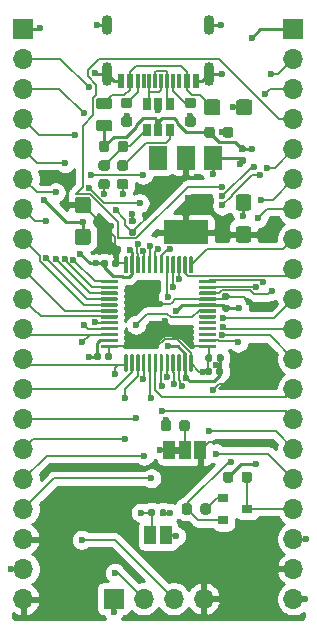
<source format=gbr>
%TF.GenerationSoftware,KiCad,Pcbnew,(5.1.6)-1*%
%TF.CreationDate,2021-08-28T00:22:51-07:00*%
%TF.ProjectId,Rocketboard-Engine,526f636b-6574-4626-9f61-72642d456e67,1.0*%
%TF.SameCoordinates,Original*%
%TF.FileFunction,Copper,L1,Top*%
%TF.FilePolarity,Positive*%
%FSLAX46Y46*%
G04 Gerber Fmt 4.6, Leading zero omitted, Abs format (unit mm)*
G04 Created by KiCad (PCBNEW (5.1.6)-1) date 2021-08-28 00:22:51*
%MOMM*%
%LPD*%
G01*
G04 APERTURE LIST*
%TA.AperFunction,EtchedComponent*%
%ADD10C,0.100000*%
%TD*%
%TA.AperFunction,SMDPad,CuDef*%
%ADD11R,1.500000X2.000000*%
%TD*%
%TA.AperFunction,SMDPad,CuDef*%
%ADD12R,3.800000X2.000000*%
%TD*%
%TA.AperFunction,SMDPad,CuDef*%
%ADD13R,0.650000X1.060000*%
%TD*%
%TA.AperFunction,SMDPad,CuDef*%
%ADD14R,1.000000X1.500000*%
%TD*%
%TA.AperFunction,SMDPad,CuDef*%
%ADD15R,0.900000X0.800000*%
%TD*%
%TA.AperFunction,ComponentPad*%
%ADD16O,1.700000X1.700000*%
%TD*%
%TA.AperFunction,ComponentPad*%
%ADD17R,1.700000X1.700000*%
%TD*%
%TA.AperFunction,SMDPad,CuDef*%
%ADD18R,0.600000X1.160000*%
%TD*%
%TA.AperFunction,SMDPad,CuDef*%
%ADD19R,0.300000X1.160000*%
%TD*%
%TA.AperFunction,ComponentPad*%
%ADD20O,0.900000X1.700000*%
%TD*%
%TA.AperFunction,ComponentPad*%
%ADD21O,0.900000X2.000000*%
%TD*%
%TA.AperFunction,ViaPad*%
%ADD22C,0.600000*%
%TD*%
%TA.AperFunction,Conductor*%
%ADD23C,0.160000*%
%TD*%
%TA.AperFunction,Conductor*%
%ADD24C,0.250000*%
%TD*%
%TA.AperFunction,Conductor*%
%ADD25C,0.254000*%
%TD*%
G04 APERTURE END LIST*
D10*
%TO.C,JP1*%
G36*
X135920000Y-109640000D02*
G01*
X136420000Y-109640000D01*
X136420000Y-110240000D01*
X135920000Y-110240000D01*
X135920000Y-109640000D01*
G37*
%TD*%
%TO.P,IC1,48*%
%TO.N,+3V3*%
%TA.AperFunction,SMDPad,CuDef*%
G36*
G01*
X137500000Y-101875000D02*
X137500000Y-103200000D01*
G75*
G02*
X137425000Y-103275000I-75000J0D01*
G01*
X137275000Y-103275000D01*
G75*
G02*
X137200000Y-103200000I0J75000D01*
G01*
X137200000Y-101875000D01*
G75*
G02*
X137275000Y-101800000I75000J0D01*
G01*
X137425000Y-101800000D01*
G75*
G02*
X137500000Y-101875000I0J-75000D01*
G01*
G37*
%TD.AperFunction*%
%TO.P,IC1,47*%
%TO.N,GND*%
%TA.AperFunction,SMDPad,CuDef*%
G36*
G01*
X137000000Y-101875000D02*
X137000000Y-103200000D01*
G75*
G02*
X136925000Y-103275000I-75000J0D01*
G01*
X136775000Y-103275000D01*
G75*
G02*
X136700000Y-103200000I0J75000D01*
G01*
X136700000Y-101875000D01*
G75*
G02*
X136775000Y-101800000I75000J0D01*
G01*
X136925000Y-101800000D01*
G75*
G02*
X137000000Y-101875000I0J-75000D01*
G01*
G37*
%TD.AperFunction*%
%TO.P,IC1,46*%
%TO.N,/PB9*%
%TA.AperFunction,SMDPad,CuDef*%
G36*
G01*
X136500000Y-101875000D02*
X136500000Y-103200000D01*
G75*
G02*
X136425000Y-103275000I-75000J0D01*
G01*
X136275000Y-103275000D01*
G75*
G02*
X136200000Y-103200000I0J75000D01*
G01*
X136200000Y-101875000D01*
G75*
G02*
X136275000Y-101800000I75000J0D01*
G01*
X136425000Y-101800000D01*
G75*
G02*
X136500000Y-101875000I0J-75000D01*
G01*
G37*
%TD.AperFunction*%
%TO.P,IC1,45*%
%TO.N,/PB8*%
%TA.AperFunction,SMDPad,CuDef*%
G36*
G01*
X136000000Y-101875000D02*
X136000000Y-103200000D01*
G75*
G02*
X135925000Y-103275000I-75000J0D01*
G01*
X135775000Y-103275000D01*
G75*
G02*
X135700000Y-103200000I0J75000D01*
G01*
X135700000Y-101875000D01*
G75*
G02*
X135775000Y-101800000I75000J0D01*
G01*
X135925000Y-101800000D01*
G75*
G02*
X136000000Y-101875000I0J-75000D01*
G01*
G37*
%TD.AperFunction*%
%TO.P,IC1,44*%
%TO.N,/BOOT0*%
%TA.AperFunction,SMDPad,CuDef*%
G36*
G01*
X135500000Y-101875000D02*
X135500000Y-103200000D01*
G75*
G02*
X135425000Y-103275000I-75000J0D01*
G01*
X135275000Y-103275000D01*
G75*
G02*
X135200000Y-103200000I0J75000D01*
G01*
X135200000Y-101875000D01*
G75*
G02*
X135275000Y-101800000I75000J0D01*
G01*
X135425000Y-101800000D01*
G75*
G02*
X135500000Y-101875000I0J-75000D01*
G01*
G37*
%TD.AperFunction*%
%TO.P,IC1,43*%
%TO.N,/PB7_I2C1_SDA*%
%TA.AperFunction,SMDPad,CuDef*%
G36*
G01*
X135000000Y-101875000D02*
X135000000Y-103200000D01*
G75*
G02*
X134925000Y-103275000I-75000J0D01*
G01*
X134775000Y-103275000D01*
G75*
G02*
X134700000Y-103200000I0J75000D01*
G01*
X134700000Y-101875000D01*
G75*
G02*
X134775000Y-101800000I75000J0D01*
G01*
X134925000Y-101800000D01*
G75*
G02*
X135000000Y-101875000I0J-75000D01*
G01*
G37*
%TD.AperFunction*%
%TO.P,IC1,42*%
%TO.N,/PB6_I2C1_SCL*%
%TA.AperFunction,SMDPad,CuDef*%
G36*
G01*
X134500000Y-101875000D02*
X134500000Y-103200000D01*
G75*
G02*
X134425000Y-103275000I-75000J0D01*
G01*
X134275000Y-103275000D01*
G75*
G02*
X134200000Y-103200000I0J75000D01*
G01*
X134200000Y-101875000D01*
G75*
G02*
X134275000Y-101800000I75000J0D01*
G01*
X134425000Y-101800000D01*
G75*
G02*
X134500000Y-101875000I0J-75000D01*
G01*
G37*
%TD.AperFunction*%
%TO.P,IC1,41*%
%TO.N,/PB5*%
%TA.AperFunction,SMDPad,CuDef*%
G36*
G01*
X134000000Y-101875000D02*
X134000000Y-103200000D01*
G75*
G02*
X133925000Y-103275000I-75000J0D01*
G01*
X133775000Y-103275000D01*
G75*
G02*
X133700000Y-103200000I0J75000D01*
G01*
X133700000Y-101875000D01*
G75*
G02*
X133775000Y-101800000I75000J0D01*
G01*
X133925000Y-101800000D01*
G75*
G02*
X134000000Y-101875000I0J-75000D01*
G01*
G37*
%TD.AperFunction*%
%TO.P,IC1,40*%
%TO.N,/PB4*%
%TA.AperFunction,SMDPad,CuDef*%
G36*
G01*
X133500000Y-101875000D02*
X133500000Y-103200000D01*
G75*
G02*
X133425000Y-103275000I-75000J0D01*
G01*
X133275000Y-103275000D01*
G75*
G02*
X133200000Y-103200000I0J75000D01*
G01*
X133200000Y-101875000D01*
G75*
G02*
X133275000Y-101800000I75000J0D01*
G01*
X133425000Y-101800000D01*
G75*
G02*
X133500000Y-101875000I0J-75000D01*
G01*
G37*
%TD.AperFunction*%
%TO.P,IC1,39*%
%TO.N,/PB3*%
%TA.AperFunction,SMDPad,CuDef*%
G36*
G01*
X133000000Y-101875000D02*
X133000000Y-103200000D01*
G75*
G02*
X132925000Y-103275000I-75000J0D01*
G01*
X132775000Y-103275000D01*
G75*
G02*
X132700000Y-103200000I0J75000D01*
G01*
X132700000Y-101875000D01*
G75*
G02*
X132775000Y-101800000I75000J0D01*
G01*
X132925000Y-101800000D01*
G75*
G02*
X133000000Y-101875000I0J-75000D01*
G01*
G37*
%TD.AperFunction*%
%TO.P,IC1,38*%
%TO.N,/PA15*%
%TA.AperFunction,SMDPad,CuDef*%
G36*
G01*
X132500000Y-101875000D02*
X132500000Y-103200000D01*
G75*
G02*
X132425000Y-103275000I-75000J0D01*
G01*
X132275000Y-103275000D01*
G75*
G02*
X132200000Y-103200000I0J75000D01*
G01*
X132200000Y-101875000D01*
G75*
G02*
X132275000Y-101800000I75000J0D01*
G01*
X132425000Y-101800000D01*
G75*
G02*
X132500000Y-101875000I0J-75000D01*
G01*
G37*
%TD.AperFunction*%
%TO.P,IC1,37*%
%TO.N,/PA14_SWCLK*%
%TA.AperFunction,SMDPad,CuDef*%
G36*
G01*
X132000000Y-101875000D02*
X132000000Y-103200000D01*
G75*
G02*
X131925000Y-103275000I-75000J0D01*
G01*
X131775000Y-103275000D01*
G75*
G02*
X131700000Y-103200000I0J75000D01*
G01*
X131700000Y-101875000D01*
G75*
G02*
X131775000Y-101800000I75000J0D01*
G01*
X131925000Y-101800000D01*
G75*
G02*
X132000000Y-101875000I0J-75000D01*
G01*
G37*
%TD.AperFunction*%
%TO.P,IC1,36*%
%TO.N,+3V3*%
%TA.AperFunction,SMDPad,CuDef*%
G36*
G01*
X131175000Y-101050000D02*
X131175000Y-101200000D01*
G75*
G02*
X131100000Y-101275000I-75000J0D01*
G01*
X129775000Y-101275000D01*
G75*
G02*
X129700000Y-101200000I0J75000D01*
G01*
X129700000Y-101050000D01*
G75*
G02*
X129775000Y-100975000I75000J0D01*
G01*
X131100000Y-100975000D01*
G75*
G02*
X131175000Y-101050000I0J-75000D01*
G01*
G37*
%TD.AperFunction*%
%TO.P,IC1,35*%
%TO.N,GND*%
%TA.AperFunction,SMDPad,CuDef*%
G36*
G01*
X131175000Y-100550000D02*
X131175000Y-100700000D01*
G75*
G02*
X131100000Y-100775000I-75000J0D01*
G01*
X129775000Y-100775000D01*
G75*
G02*
X129700000Y-100700000I0J75000D01*
G01*
X129700000Y-100550000D01*
G75*
G02*
X129775000Y-100475000I75000J0D01*
G01*
X131100000Y-100475000D01*
G75*
G02*
X131175000Y-100550000I0J-75000D01*
G01*
G37*
%TD.AperFunction*%
%TO.P,IC1,34*%
%TO.N,/PA13_SWDIO*%
%TA.AperFunction,SMDPad,CuDef*%
G36*
G01*
X131175000Y-100050000D02*
X131175000Y-100200000D01*
G75*
G02*
X131100000Y-100275000I-75000J0D01*
G01*
X129775000Y-100275000D01*
G75*
G02*
X129700000Y-100200000I0J75000D01*
G01*
X129700000Y-100050000D01*
G75*
G02*
X129775000Y-99975000I75000J0D01*
G01*
X131100000Y-99975000D01*
G75*
G02*
X131175000Y-100050000I0J-75000D01*
G01*
G37*
%TD.AperFunction*%
%TO.P,IC1,33*%
%TO.N,/USB_D+*%
%TA.AperFunction,SMDPad,CuDef*%
G36*
G01*
X131175000Y-99550000D02*
X131175000Y-99700000D01*
G75*
G02*
X131100000Y-99775000I-75000J0D01*
G01*
X129775000Y-99775000D01*
G75*
G02*
X129700000Y-99700000I0J75000D01*
G01*
X129700000Y-99550000D01*
G75*
G02*
X129775000Y-99475000I75000J0D01*
G01*
X131100000Y-99475000D01*
G75*
G02*
X131175000Y-99550000I0J-75000D01*
G01*
G37*
%TD.AperFunction*%
%TO.P,IC1,32*%
%TO.N,/USB_D-*%
%TA.AperFunction,SMDPad,CuDef*%
G36*
G01*
X131175000Y-99050000D02*
X131175000Y-99200000D01*
G75*
G02*
X131100000Y-99275000I-75000J0D01*
G01*
X129775000Y-99275000D01*
G75*
G02*
X129700000Y-99200000I0J75000D01*
G01*
X129700000Y-99050000D01*
G75*
G02*
X129775000Y-98975000I75000J0D01*
G01*
X131100000Y-98975000D01*
G75*
G02*
X131175000Y-99050000I0J-75000D01*
G01*
G37*
%TD.AperFunction*%
%TO.P,IC1,31*%
%TO.N,/PA10_RX*%
%TA.AperFunction,SMDPad,CuDef*%
G36*
G01*
X131175000Y-98550000D02*
X131175000Y-98700000D01*
G75*
G02*
X131100000Y-98775000I-75000J0D01*
G01*
X129775000Y-98775000D01*
G75*
G02*
X129700000Y-98700000I0J75000D01*
G01*
X129700000Y-98550000D01*
G75*
G02*
X129775000Y-98475000I75000J0D01*
G01*
X131100000Y-98475000D01*
G75*
G02*
X131175000Y-98550000I0J-75000D01*
G01*
G37*
%TD.AperFunction*%
%TO.P,IC1,30*%
%TO.N,/PA9_TX*%
%TA.AperFunction,SMDPad,CuDef*%
G36*
G01*
X131175000Y-98050000D02*
X131175000Y-98200000D01*
G75*
G02*
X131100000Y-98275000I-75000J0D01*
G01*
X129775000Y-98275000D01*
G75*
G02*
X129700000Y-98200000I0J75000D01*
G01*
X129700000Y-98050000D01*
G75*
G02*
X129775000Y-97975000I75000J0D01*
G01*
X131100000Y-97975000D01*
G75*
G02*
X131175000Y-98050000I0J-75000D01*
G01*
G37*
%TD.AperFunction*%
%TO.P,IC1,29*%
%TO.N,/PA8*%
%TA.AperFunction,SMDPad,CuDef*%
G36*
G01*
X131175000Y-97550000D02*
X131175000Y-97700000D01*
G75*
G02*
X131100000Y-97775000I-75000J0D01*
G01*
X129775000Y-97775000D01*
G75*
G02*
X129700000Y-97700000I0J75000D01*
G01*
X129700000Y-97550000D01*
G75*
G02*
X129775000Y-97475000I75000J0D01*
G01*
X131100000Y-97475000D01*
G75*
G02*
X131175000Y-97550000I0J-75000D01*
G01*
G37*
%TD.AperFunction*%
%TO.P,IC1,28*%
%TO.N,/PB15*%
%TA.AperFunction,SMDPad,CuDef*%
G36*
G01*
X131175000Y-97050000D02*
X131175000Y-97200000D01*
G75*
G02*
X131100000Y-97275000I-75000J0D01*
G01*
X129775000Y-97275000D01*
G75*
G02*
X129700000Y-97200000I0J75000D01*
G01*
X129700000Y-97050000D01*
G75*
G02*
X129775000Y-96975000I75000J0D01*
G01*
X131100000Y-96975000D01*
G75*
G02*
X131175000Y-97050000I0J-75000D01*
G01*
G37*
%TD.AperFunction*%
%TO.P,IC1,27*%
%TO.N,/PB14*%
%TA.AperFunction,SMDPad,CuDef*%
G36*
G01*
X131175000Y-96550000D02*
X131175000Y-96700000D01*
G75*
G02*
X131100000Y-96775000I-75000J0D01*
G01*
X129775000Y-96775000D01*
G75*
G02*
X129700000Y-96700000I0J75000D01*
G01*
X129700000Y-96550000D01*
G75*
G02*
X129775000Y-96475000I75000J0D01*
G01*
X131100000Y-96475000D01*
G75*
G02*
X131175000Y-96550000I0J-75000D01*
G01*
G37*
%TD.AperFunction*%
%TO.P,IC1,26*%
%TO.N,/PB13*%
%TA.AperFunction,SMDPad,CuDef*%
G36*
G01*
X131175000Y-96050000D02*
X131175000Y-96200000D01*
G75*
G02*
X131100000Y-96275000I-75000J0D01*
G01*
X129775000Y-96275000D01*
G75*
G02*
X129700000Y-96200000I0J75000D01*
G01*
X129700000Y-96050000D01*
G75*
G02*
X129775000Y-95975000I75000J0D01*
G01*
X131100000Y-95975000D01*
G75*
G02*
X131175000Y-96050000I0J-75000D01*
G01*
G37*
%TD.AperFunction*%
%TO.P,IC1,25*%
%TO.N,/PB12*%
%TA.AperFunction,SMDPad,CuDef*%
G36*
G01*
X131175000Y-95550000D02*
X131175000Y-95700000D01*
G75*
G02*
X131100000Y-95775000I-75000J0D01*
G01*
X129775000Y-95775000D01*
G75*
G02*
X129700000Y-95700000I0J75000D01*
G01*
X129700000Y-95550000D01*
G75*
G02*
X129775000Y-95475000I75000J0D01*
G01*
X131100000Y-95475000D01*
G75*
G02*
X131175000Y-95550000I0J-75000D01*
G01*
G37*
%TD.AperFunction*%
%TO.P,IC1,24*%
%TO.N,+3V3*%
%TA.AperFunction,SMDPad,CuDef*%
G36*
G01*
X132000000Y-93550000D02*
X132000000Y-94875000D01*
G75*
G02*
X131925000Y-94950000I-75000J0D01*
G01*
X131775000Y-94950000D01*
G75*
G02*
X131700000Y-94875000I0J75000D01*
G01*
X131700000Y-93550000D01*
G75*
G02*
X131775000Y-93475000I75000J0D01*
G01*
X131925000Y-93475000D01*
G75*
G02*
X132000000Y-93550000I0J-75000D01*
G01*
G37*
%TD.AperFunction*%
%TO.P,IC1,23*%
%TO.N,GND*%
%TA.AperFunction,SMDPad,CuDef*%
G36*
G01*
X132500000Y-93550000D02*
X132500000Y-94875000D01*
G75*
G02*
X132425000Y-94950000I-75000J0D01*
G01*
X132275000Y-94950000D01*
G75*
G02*
X132200000Y-94875000I0J75000D01*
G01*
X132200000Y-93550000D01*
G75*
G02*
X132275000Y-93475000I75000J0D01*
G01*
X132425000Y-93475000D01*
G75*
G02*
X132500000Y-93550000I0J-75000D01*
G01*
G37*
%TD.AperFunction*%
%TO.P,IC1,22*%
%TO.N,/PB11_I2C2_SDA*%
%TA.AperFunction,SMDPad,CuDef*%
G36*
G01*
X133000000Y-93550000D02*
X133000000Y-94875000D01*
G75*
G02*
X132925000Y-94950000I-75000J0D01*
G01*
X132775000Y-94950000D01*
G75*
G02*
X132700000Y-94875000I0J75000D01*
G01*
X132700000Y-93550000D01*
G75*
G02*
X132775000Y-93475000I75000J0D01*
G01*
X132925000Y-93475000D01*
G75*
G02*
X133000000Y-93550000I0J-75000D01*
G01*
G37*
%TD.AperFunction*%
%TO.P,IC1,21*%
%TO.N,/PB10_I2C2_SCL*%
%TA.AperFunction,SMDPad,CuDef*%
G36*
G01*
X133500000Y-93550000D02*
X133500000Y-94875000D01*
G75*
G02*
X133425000Y-94950000I-75000J0D01*
G01*
X133275000Y-94950000D01*
G75*
G02*
X133200000Y-94875000I0J75000D01*
G01*
X133200000Y-93550000D01*
G75*
G02*
X133275000Y-93475000I75000J0D01*
G01*
X133425000Y-93475000D01*
G75*
G02*
X133500000Y-93550000I0J-75000D01*
G01*
G37*
%TD.AperFunction*%
%TO.P,IC1,20*%
%TO.N,/PB2*%
%TA.AperFunction,SMDPad,CuDef*%
G36*
G01*
X134000000Y-93550000D02*
X134000000Y-94875000D01*
G75*
G02*
X133925000Y-94950000I-75000J0D01*
G01*
X133775000Y-94950000D01*
G75*
G02*
X133700000Y-94875000I0J75000D01*
G01*
X133700000Y-93550000D01*
G75*
G02*
X133775000Y-93475000I75000J0D01*
G01*
X133925000Y-93475000D01*
G75*
G02*
X134000000Y-93550000I0J-75000D01*
G01*
G37*
%TD.AperFunction*%
%TO.P,IC1,19*%
%TO.N,/PB1*%
%TA.AperFunction,SMDPad,CuDef*%
G36*
G01*
X134500000Y-93550000D02*
X134500000Y-94875000D01*
G75*
G02*
X134425000Y-94950000I-75000J0D01*
G01*
X134275000Y-94950000D01*
G75*
G02*
X134200000Y-94875000I0J75000D01*
G01*
X134200000Y-93550000D01*
G75*
G02*
X134275000Y-93475000I75000J0D01*
G01*
X134425000Y-93475000D01*
G75*
G02*
X134500000Y-93550000I0J-75000D01*
G01*
G37*
%TD.AperFunction*%
%TO.P,IC1,18*%
%TO.N,/PB0*%
%TA.AperFunction,SMDPad,CuDef*%
G36*
G01*
X135000000Y-93550000D02*
X135000000Y-94875000D01*
G75*
G02*
X134925000Y-94950000I-75000J0D01*
G01*
X134775000Y-94950000D01*
G75*
G02*
X134700000Y-94875000I0J75000D01*
G01*
X134700000Y-93550000D01*
G75*
G02*
X134775000Y-93475000I75000J0D01*
G01*
X134925000Y-93475000D01*
G75*
G02*
X135000000Y-93550000I0J-75000D01*
G01*
G37*
%TD.AperFunction*%
%TO.P,IC1,17*%
%TO.N,/PA7_SPI1_MOSI*%
%TA.AperFunction,SMDPad,CuDef*%
G36*
G01*
X135500000Y-93550000D02*
X135500000Y-94875000D01*
G75*
G02*
X135425000Y-94950000I-75000J0D01*
G01*
X135275000Y-94950000D01*
G75*
G02*
X135200000Y-94875000I0J75000D01*
G01*
X135200000Y-93550000D01*
G75*
G02*
X135275000Y-93475000I75000J0D01*
G01*
X135425000Y-93475000D01*
G75*
G02*
X135500000Y-93550000I0J-75000D01*
G01*
G37*
%TD.AperFunction*%
%TO.P,IC1,16*%
%TO.N,/PA6_SPI1_MISO*%
%TA.AperFunction,SMDPad,CuDef*%
G36*
G01*
X136000000Y-93550000D02*
X136000000Y-94875000D01*
G75*
G02*
X135925000Y-94950000I-75000J0D01*
G01*
X135775000Y-94950000D01*
G75*
G02*
X135700000Y-94875000I0J75000D01*
G01*
X135700000Y-93550000D01*
G75*
G02*
X135775000Y-93475000I75000J0D01*
G01*
X135925000Y-93475000D01*
G75*
G02*
X136000000Y-93550000I0J-75000D01*
G01*
G37*
%TD.AperFunction*%
%TO.P,IC1,15*%
%TO.N,/PA5_SPI1_SCK*%
%TA.AperFunction,SMDPad,CuDef*%
G36*
G01*
X136500000Y-93550000D02*
X136500000Y-94875000D01*
G75*
G02*
X136425000Y-94950000I-75000J0D01*
G01*
X136275000Y-94950000D01*
G75*
G02*
X136200000Y-94875000I0J75000D01*
G01*
X136200000Y-93550000D01*
G75*
G02*
X136275000Y-93475000I75000J0D01*
G01*
X136425000Y-93475000D01*
G75*
G02*
X136500000Y-93550000I0J-75000D01*
G01*
G37*
%TD.AperFunction*%
%TO.P,IC1,14*%
%TO.N,/PA4*%
%TA.AperFunction,SMDPad,CuDef*%
G36*
G01*
X137000000Y-93550000D02*
X137000000Y-94875000D01*
G75*
G02*
X136925000Y-94950000I-75000J0D01*
G01*
X136775000Y-94950000D01*
G75*
G02*
X136700000Y-94875000I0J75000D01*
G01*
X136700000Y-93550000D01*
G75*
G02*
X136775000Y-93475000I75000J0D01*
G01*
X136925000Y-93475000D01*
G75*
G02*
X137000000Y-93550000I0J-75000D01*
G01*
G37*
%TD.AperFunction*%
%TO.P,IC1,13*%
%TO.N,/PA3*%
%TA.AperFunction,SMDPad,CuDef*%
G36*
G01*
X137500000Y-93550000D02*
X137500000Y-94875000D01*
G75*
G02*
X137425000Y-94950000I-75000J0D01*
G01*
X137275000Y-94950000D01*
G75*
G02*
X137200000Y-94875000I0J75000D01*
G01*
X137200000Y-93550000D01*
G75*
G02*
X137275000Y-93475000I75000J0D01*
G01*
X137425000Y-93475000D01*
G75*
G02*
X137500000Y-93550000I0J-75000D01*
G01*
G37*
%TD.AperFunction*%
%TO.P,IC1,12*%
%TO.N,/PA2*%
%TA.AperFunction,SMDPad,CuDef*%
G36*
G01*
X139500000Y-95550000D02*
X139500000Y-95700000D01*
G75*
G02*
X139425000Y-95775000I-75000J0D01*
G01*
X138100000Y-95775000D01*
G75*
G02*
X138025000Y-95700000I0J75000D01*
G01*
X138025000Y-95550000D01*
G75*
G02*
X138100000Y-95475000I75000J0D01*
G01*
X139425000Y-95475000D01*
G75*
G02*
X139500000Y-95550000I0J-75000D01*
G01*
G37*
%TD.AperFunction*%
%TO.P,IC1,11*%
%TO.N,/PA1*%
%TA.AperFunction,SMDPad,CuDef*%
G36*
G01*
X139500000Y-96050000D02*
X139500000Y-96200000D01*
G75*
G02*
X139425000Y-96275000I-75000J0D01*
G01*
X138100000Y-96275000D01*
G75*
G02*
X138025000Y-96200000I0J75000D01*
G01*
X138025000Y-96050000D01*
G75*
G02*
X138100000Y-95975000I75000J0D01*
G01*
X139425000Y-95975000D01*
G75*
G02*
X139500000Y-96050000I0J-75000D01*
G01*
G37*
%TD.AperFunction*%
%TO.P,IC1,10*%
%TO.N,/PA0*%
%TA.AperFunction,SMDPad,CuDef*%
G36*
G01*
X139500000Y-96550000D02*
X139500000Y-96700000D01*
G75*
G02*
X139425000Y-96775000I-75000J0D01*
G01*
X138100000Y-96775000D01*
G75*
G02*
X138025000Y-96700000I0J75000D01*
G01*
X138025000Y-96550000D01*
G75*
G02*
X138100000Y-96475000I75000J0D01*
G01*
X139425000Y-96475000D01*
G75*
G02*
X139500000Y-96550000I0J-75000D01*
G01*
G37*
%TD.AperFunction*%
%TO.P,IC1,9*%
%TO.N,+3V3*%
%TA.AperFunction,SMDPad,CuDef*%
G36*
G01*
X139500000Y-97050000D02*
X139500000Y-97200000D01*
G75*
G02*
X139425000Y-97275000I-75000J0D01*
G01*
X138100000Y-97275000D01*
G75*
G02*
X138025000Y-97200000I0J75000D01*
G01*
X138025000Y-97050000D01*
G75*
G02*
X138100000Y-96975000I75000J0D01*
G01*
X139425000Y-96975000D01*
G75*
G02*
X139500000Y-97050000I0J-75000D01*
G01*
G37*
%TD.AperFunction*%
%TO.P,IC1,8*%
%TO.N,GND*%
%TA.AperFunction,SMDPad,CuDef*%
G36*
G01*
X139500000Y-97550000D02*
X139500000Y-97700000D01*
G75*
G02*
X139425000Y-97775000I-75000J0D01*
G01*
X138100000Y-97775000D01*
G75*
G02*
X138025000Y-97700000I0J75000D01*
G01*
X138025000Y-97550000D01*
G75*
G02*
X138100000Y-97475000I75000J0D01*
G01*
X139425000Y-97475000D01*
G75*
G02*
X139500000Y-97550000I0J-75000D01*
G01*
G37*
%TD.AperFunction*%
%TO.P,IC1,7*%
%TO.N,/RESET*%
%TA.AperFunction,SMDPad,CuDef*%
G36*
G01*
X139500000Y-98050000D02*
X139500000Y-98200000D01*
G75*
G02*
X139425000Y-98275000I-75000J0D01*
G01*
X138100000Y-98275000D01*
G75*
G02*
X138025000Y-98200000I0J75000D01*
G01*
X138025000Y-98050000D01*
G75*
G02*
X138100000Y-97975000I75000J0D01*
G01*
X139425000Y-97975000D01*
G75*
G02*
X139500000Y-98050000I0J-75000D01*
G01*
G37*
%TD.AperFunction*%
%TO.P,IC1,6*%
%TO.N,Net-(IC1-Pad6)*%
%TA.AperFunction,SMDPad,CuDef*%
G36*
G01*
X139500000Y-98550000D02*
X139500000Y-98700000D01*
G75*
G02*
X139425000Y-98775000I-75000J0D01*
G01*
X138100000Y-98775000D01*
G75*
G02*
X138025000Y-98700000I0J75000D01*
G01*
X138025000Y-98550000D01*
G75*
G02*
X138100000Y-98475000I75000J0D01*
G01*
X139425000Y-98475000D01*
G75*
G02*
X139500000Y-98550000I0J-75000D01*
G01*
G37*
%TD.AperFunction*%
%TO.P,IC1,5*%
%TO.N,Net-(IC1-Pad5)*%
%TA.AperFunction,SMDPad,CuDef*%
G36*
G01*
X139500000Y-99050000D02*
X139500000Y-99200000D01*
G75*
G02*
X139425000Y-99275000I-75000J0D01*
G01*
X138100000Y-99275000D01*
G75*
G02*
X138025000Y-99200000I0J75000D01*
G01*
X138025000Y-99050000D01*
G75*
G02*
X138100000Y-98975000I75000J0D01*
G01*
X139425000Y-98975000D01*
G75*
G02*
X139500000Y-99050000I0J-75000D01*
G01*
G37*
%TD.AperFunction*%
%TO.P,IC1,4*%
%TO.N,Net-(IC1-Pad4)*%
%TA.AperFunction,SMDPad,CuDef*%
G36*
G01*
X139500000Y-99550000D02*
X139500000Y-99700000D01*
G75*
G02*
X139425000Y-99775000I-75000J0D01*
G01*
X138100000Y-99775000D01*
G75*
G02*
X138025000Y-99700000I0J75000D01*
G01*
X138025000Y-99550000D01*
G75*
G02*
X138100000Y-99475000I75000J0D01*
G01*
X139425000Y-99475000D01*
G75*
G02*
X139500000Y-99550000I0J-75000D01*
G01*
G37*
%TD.AperFunction*%
%TO.P,IC1,3*%
%TO.N,Net-(IC1-Pad3)*%
%TA.AperFunction,SMDPad,CuDef*%
G36*
G01*
X139500000Y-100050000D02*
X139500000Y-100200000D01*
G75*
G02*
X139425000Y-100275000I-75000J0D01*
G01*
X138100000Y-100275000D01*
G75*
G02*
X138025000Y-100200000I0J75000D01*
G01*
X138025000Y-100050000D01*
G75*
G02*
X138100000Y-99975000I75000J0D01*
G01*
X139425000Y-99975000D01*
G75*
G02*
X139500000Y-100050000I0J-75000D01*
G01*
G37*
%TD.AperFunction*%
%TO.P,IC1,2*%
%TO.N,/LED_3v3_SIGNAL*%
%TA.AperFunction,SMDPad,CuDef*%
G36*
G01*
X139500000Y-100550000D02*
X139500000Y-100700000D01*
G75*
G02*
X139425000Y-100775000I-75000J0D01*
G01*
X138100000Y-100775000D01*
G75*
G02*
X138025000Y-100700000I0J75000D01*
G01*
X138025000Y-100550000D01*
G75*
G02*
X138100000Y-100475000I75000J0D01*
G01*
X139425000Y-100475000D01*
G75*
G02*
X139500000Y-100550000I0J-75000D01*
G01*
G37*
%TD.AperFunction*%
%TO.P,IC1,1*%
%TO.N,+3V3*%
%TA.AperFunction,SMDPad,CuDef*%
G36*
G01*
X139500000Y-101050000D02*
X139500000Y-101200000D01*
G75*
G02*
X139425000Y-101275000I-75000J0D01*
G01*
X138100000Y-101275000D01*
G75*
G02*
X138025000Y-101200000I0J75000D01*
G01*
X138025000Y-101050000D01*
G75*
G02*
X138100000Y-100975000I75000J0D01*
G01*
X139425000Y-100975000D01*
G75*
G02*
X139500000Y-101050000I0J-75000D01*
G01*
G37*
%TD.AperFunction*%
%TD*%
D11*
%TO.P,U2,1*%
%TO.N,GND*%
X139200000Y-85150000D03*
%TO.P,U2,3*%
%TO.N,+5V*%
X134600000Y-85150000D03*
%TO.P,U2,2*%
%TO.N,+3V3*%
X136900000Y-85150000D03*
D12*
X136900000Y-91450000D03*
%TD*%
D13*
%TO.P,U1,5*%
%TO.N,+5V*%
X134600000Y-82850000D03*
%TO.P,U1,6*%
%TO.N,/USB_20R_D-*%
X135550000Y-82850000D03*
%TO.P,U1,4*%
%TO.N,/USB_20R_D+*%
X133650000Y-82850000D03*
%TO.P,U1,3*%
%TO.N,Net-(J2-PadA6)*%
X133650000Y-80650000D03*
%TO.P,U1,2*%
%TO.N,GND*%
X134600000Y-80650000D03*
%TO.P,U1,1*%
%TO.N,Net-(J2-PadA7)*%
X135550000Y-80650000D03*
%TD*%
D14*
%TO.P,JP2,1*%
%TO.N,GND*%
X135220000Y-117140000D03*
%TO.P,JP2,2*%
%TO.N,/RESET*%
X133920000Y-117140000D03*
%TD*%
%TO.P,R8,2*%
%TO.N,+5V*%
%TA.AperFunction,SMDPad,CuDef*%
G36*
G01*
X140950000Y-111943750D02*
X140950000Y-112456250D01*
G75*
G02*
X140731250Y-112675000I-218750J0D01*
G01*
X140293750Y-112675000D01*
G75*
G02*
X140075000Y-112456250I0J218750D01*
G01*
X140075000Y-111943750D01*
G75*
G02*
X140293750Y-111725000I218750J0D01*
G01*
X140731250Y-111725000D01*
G75*
G02*
X140950000Y-111943750I0J-218750D01*
G01*
G37*
%TD.AperFunction*%
%TO.P,R8,1*%
%TO.N,/LED_5v0_SIGNAL*%
%TA.AperFunction,SMDPad,CuDef*%
G36*
G01*
X142525000Y-111943750D02*
X142525000Y-112456250D01*
G75*
G02*
X142306250Y-112675000I-218750J0D01*
G01*
X141868750Y-112675000D01*
G75*
G02*
X141650000Y-112456250I0J218750D01*
G01*
X141650000Y-111943750D01*
G75*
G02*
X141868750Y-111725000I218750J0D01*
G01*
X142306250Y-111725000D01*
G75*
G02*
X142525000Y-111943750I0J-218750D01*
G01*
G37*
%TD.AperFunction*%
%TD*%
%TO.P,R7,2*%
%TO.N,Net-(Q1-Pad1)*%
%TA.AperFunction,SMDPad,CuDef*%
G36*
G01*
X138150000Y-115156250D02*
X138150000Y-114643750D01*
G75*
G02*
X138368750Y-114425000I218750J0D01*
G01*
X138806250Y-114425000D01*
G75*
G02*
X139025000Y-114643750I0J-218750D01*
G01*
X139025000Y-115156250D01*
G75*
G02*
X138806250Y-115375000I-218750J0D01*
G01*
X138368750Y-115375000D01*
G75*
G02*
X138150000Y-115156250I0J218750D01*
G01*
G37*
%TD.AperFunction*%
%TO.P,R7,1*%
%TO.N,/LED_3v3_SIGNAL*%
%TA.AperFunction,SMDPad,CuDef*%
G36*
G01*
X136575000Y-115156250D02*
X136575000Y-114643750D01*
G75*
G02*
X136793750Y-114425000I218750J0D01*
G01*
X137231250Y-114425000D01*
G75*
G02*
X137450000Y-114643750I0J-218750D01*
G01*
X137450000Y-115156250D01*
G75*
G02*
X137231250Y-115375000I-218750J0D01*
G01*
X136793750Y-115375000D01*
G75*
G02*
X136575000Y-115156250I0J218750D01*
G01*
G37*
%TD.AperFunction*%
%TD*%
%TO.P,R6,2*%
%TO.N,/USB_20R_D+*%
%TA.AperFunction,SMDPad,CuDef*%
G36*
G01*
X130256250Y-86252500D02*
X129743750Y-86252500D01*
G75*
G02*
X129525000Y-86033750I0J218750D01*
G01*
X129525000Y-85596250D01*
G75*
G02*
X129743750Y-85377500I218750J0D01*
G01*
X130256250Y-85377500D01*
G75*
G02*
X130475000Y-85596250I0J-218750D01*
G01*
X130475000Y-86033750D01*
G75*
G02*
X130256250Y-86252500I-218750J0D01*
G01*
G37*
%TD.AperFunction*%
%TO.P,R6,1*%
%TO.N,/USB_D+*%
%TA.AperFunction,SMDPad,CuDef*%
G36*
G01*
X130256250Y-87827500D02*
X129743750Y-87827500D01*
G75*
G02*
X129525000Y-87608750I0J218750D01*
G01*
X129525000Y-87171250D01*
G75*
G02*
X129743750Y-86952500I218750J0D01*
G01*
X130256250Y-86952500D01*
G75*
G02*
X130475000Y-87171250I0J-218750D01*
G01*
X130475000Y-87608750D01*
G75*
G02*
X130256250Y-87827500I-218750J0D01*
G01*
G37*
%TD.AperFunction*%
%TD*%
%TO.P,R5,2*%
%TO.N,/USB_20R_D-*%
%TA.AperFunction,SMDPad,CuDef*%
G36*
G01*
X131826250Y-86252500D02*
X131313750Y-86252500D01*
G75*
G02*
X131095000Y-86033750I0J218750D01*
G01*
X131095000Y-85596250D01*
G75*
G02*
X131313750Y-85377500I218750J0D01*
G01*
X131826250Y-85377500D01*
G75*
G02*
X132045000Y-85596250I0J-218750D01*
G01*
X132045000Y-86033750D01*
G75*
G02*
X131826250Y-86252500I-218750J0D01*
G01*
G37*
%TD.AperFunction*%
%TO.P,R5,1*%
%TO.N,/USB_D-*%
%TA.AperFunction,SMDPad,CuDef*%
G36*
G01*
X131826250Y-87827500D02*
X131313750Y-87827500D01*
G75*
G02*
X131095000Y-87608750I0J218750D01*
G01*
X131095000Y-87171250D01*
G75*
G02*
X131313750Y-86952500I218750J0D01*
G01*
X131826250Y-86952500D01*
G75*
G02*
X132045000Y-87171250I0J-218750D01*
G01*
X132045000Y-87608750D01*
G75*
G02*
X131826250Y-87827500I-218750J0D01*
G01*
G37*
%TD.AperFunction*%
%TD*%
%TO.P,R4,2*%
%TO.N,+5V*%
%TA.AperFunction,SMDPad,CuDef*%
G36*
G01*
X130450000Y-83943750D02*
X130450000Y-84456250D01*
G75*
G02*
X130231250Y-84675000I-218750J0D01*
G01*
X129793750Y-84675000D01*
G75*
G02*
X129575000Y-84456250I0J218750D01*
G01*
X129575000Y-83943750D01*
G75*
G02*
X129793750Y-83725000I218750J0D01*
G01*
X130231250Y-83725000D01*
G75*
G02*
X130450000Y-83943750I0J-218750D01*
G01*
G37*
%TD.AperFunction*%
%TO.P,R4,1*%
%TO.N,/USB_20R_D+*%
%TA.AperFunction,SMDPad,CuDef*%
G36*
G01*
X132025000Y-83943750D02*
X132025000Y-84456250D01*
G75*
G02*
X131806250Y-84675000I-218750J0D01*
G01*
X131368750Y-84675000D01*
G75*
G02*
X131150000Y-84456250I0J218750D01*
G01*
X131150000Y-83943750D01*
G75*
G02*
X131368750Y-83725000I218750J0D01*
G01*
X131806250Y-83725000D01*
G75*
G02*
X132025000Y-83943750I0J-218750D01*
G01*
G37*
%TD.AperFunction*%
%TD*%
%TO.P,R3,2*%
%TO.N,GND*%
%TA.AperFunction,SMDPad,CuDef*%
G36*
G01*
X131643750Y-81650000D02*
X132156250Y-81650000D01*
G75*
G02*
X132375000Y-81868750I0J-218750D01*
G01*
X132375000Y-82306250D01*
G75*
G02*
X132156250Y-82525000I-218750J0D01*
G01*
X131643750Y-82525000D01*
G75*
G02*
X131425000Y-82306250I0J218750D01*
G01*
X131425000Y-81868750D01*
G75*
G02*
X131643750Y-81650000I218750J0D01*
G01*
G37*
%TD.AperFunction*%
%TO.P,R3,1*%
%TO.N,Net-(J2-PadB5)*%
%TA.AperFunction,SMDPad,CuDef*%
G36*
G01*
X131643750Y-80075000D02*
X132156250Y-80075000D01*
G75*
G02*
X132375000Y-80293750I0J-218750D01*
G01*
X132375000Y-80731250D01*
G75*
G02*
X132156250Y-80950000I-218750J0D01*
G01*
X131643750Y-80950000D01*
G75*
G02*
X131425000Y-80731250I0J218750D01*
G01*
X131425000Y-80293750D01*
G75*
G02*
X131643750Y-80075000I218750J0D01*
G01*
G37*
%TD.AperFunction*%
%TD*%
%TO.P,R2,2*%
%TO.N,Net-(J2-PadA5)*%
%TA.AperFunction,SMDPad,CuDef*%
G36*
G01*
X137556250Y-80950000D02*
X137043750Y-80950000D01*
G75*
G02*
X136825000Y-80731250I0J218750D01*
G01*
X136825000Y-80293750D01*
G75*
G02*
X137043750Y-80075000I218750J0D01*
G01*
X137556250Y-80075000D01*
G75*
G02*
X137775000Y-80293750I0J-218750D01*
G01*
X137775000Y-80731250D01*
G75*
G02*
X137556250Y-80950000I-218750J0D01*
G01*
G37*
%TD.AperFunction*%
%TO.P,R2,1*%
%TO.N,GND*%
%TA.AperFunction,SMDPad,CuDef*%
G36*
G01*
X137556250Y-82525000D02*
X137043750Y-82525000D01*
G75*
G02*
X136825000Y-82306250I0J218750D01*
G01*
X136825000Y-81868750D01*
G75*
G02*
X137043750Y-81650000I218750J0D01*
G01*
X137556250Y-81650000D01*
G75*
G02*
X137775000Y-81868750I0J-218750D01*
G01*
X137775000Y-82306250D01*
G75*
G02*
X137556250Y-82525000I-218750J0D01*
G01*
G37*
%TD.AperFunction*%
%TD*%
%TO.P,R1,2*%
%TO.N,Net-(JP1-Pad2)*%
%TA.AperFunction,SMDPad,CuDef*%
G36*
G01*
X136370000Y-108096250D02*
X136370000Y-107583750D01*
G75*
G02*
X136588750Y-107365000I218750J0D01*
G01*
X137026250Y-107365000D01*
G75*
G02*
X137245000Y-107583750I0J-218750D01*
G01*
X137245000Y-108096250D01*
G75*
G02*
X137026250Y-108315000I-218750J0D01*
G01*
X136588750Y-108315000D01*
G75*
G02*
X136370000Y-108096250I0J218750D01*
G01*
G37*
%TD.AperFunction*%
%TO.P,R1,1*%
%TO.N,/BOOT0*%
%TA.AperFunction,SMDPad,CuDef*%
G36*
G01*
X134795000Y-108096250D02*
X134795000Y-107583750D01*
G75*
G02*
X135013750Y-107365000I218750J0D01*
G01*
X135451250Y-107365000D01*
G75*
G02*
X135670000Y-107583750I0J-218750D01*
G01*
X135670000Y-108096250D01*
G75*
G02*
X135451250Y-108315000I-218750J0D01*
G01*
X135013750Y-108315000D01*
G75*
G02*
X134795000Y-108096250I0J218750D01*
G01*
G37*
%TD.AperFunction*%
%TD*%
D15*
%TO.P,Q1,3*%
%TO.N,/LED_5v0_SIGNAL*%
X142100000Y-114900000D03*
%TO.P,Q1,2*%
%TO.N,/LED_3v3_SIGNAL*%
X140100000Y-115850000D03*
%TO.P,Q1,1*%
%TO.N,Net-(Q1-Pad1)*%
X140100000Y-113950000D03*
%TD*%
D14*
%TO.P,JP1,2*%
%TO.N,Net-(JP1-Pad2)*%
X136820000Y-109940000D03*
%TO.P,JP1,3*%
%TO.N,+3V3*%
X138120000Y-109940000D03*
%TO.P,JP1,1*%
%TO.N,GND*%
X135520000Y-109940000D03*
%TD*%
D16*
%TO.P,J4,20*%
%TO.N,GND*%
X146030000Y-122510000D03*
%TO.P,J4,19*%
%TO.N,+3V3*%
X146030000Y-119970000D03*
%TO.P,J4,18*%
%TO.N,GND*%
X146030000Y-117430000D03*
%TO.P,J4,17*%
%TO.N,/LED_5v0_SIGNAL*%
X146030000Y-114890000D03*
%TO.P,J4,16*%
%TO.N,/PB9*%
X146030000Y-112350000D03*
%TO.P,J4,15*%
%TO.N,/PB8*%
X146030000Y-109810000D03*
%TO.P,J4,14*%
%TO.N,/PB7_I2C1_SDA*%
X146030000Y-107270000D03*
%TO.P,J4,13*%
%TO.N,/PB6_I2C1_SCL*%
X146030000Y-104730000D03*
%TO.P,J4,12*%
%TO.N,/PA7_SPI1_MOSI*%
X146030000Y-102190000D03*
%TO.P,J4,11*%
%TO.N,/PA6_SPI1_MISO*%
X146030000Y-99650000D03*
%TO.P,J4,10*%
%TO.N,/PA5_SPI1_SCK*%
X146030000Y-97110000D03*
%TO.P,J4,9*%
%TO.N,/PA4*%
X146030000Y-94570000D03*
%TO.P,J4,8*%
%TO.N,/PA3*%
X146030000Y-92030000D03*
%TO.P,J4,7*%
%TO.N,/PA2*%
X146030000Y-89490000D03*
%TO.P,J4,6*%
%TO.N,/PA1*%
X146030000Y-86950000D03*
%TO.P,J4,5*%
%TO.N,/PA0*%
X146030000Y-84410000D03*
%TO.P,J4,4*%
%TO.N,/PB2*%
X146030000Y-81870000D03*
%TO.P,J4,3*%
%TO.N,/PB1*%
X146030000Y-79330000D03*
%TO.P,J4,2*%
%TO.N,/PB0*%
X146030000Y-76790000D03*
D17*
%TO.P,J4,1*%
%TO.N,+5V*%
X146030000Y-74250000D03*
%TD*%
D16*
%TO.P,J3,20*%
%TO.N,+3V3*%
X123170000Y-122520000D03*
%TO.P,J3,19*%
%TO.N,GND*%
X123170000Y-119980000D03*
%TO.P,J3,18*%
%TO.N,+3V3*%
X123170000Y-117440000D03*
%TO.P,J3,17*%
%TO.N,/PB5*%
X123170000Y-114900000D03*
%TO.P,J3,16*%
%TO.N,/PB4*%
X123170000Y-112360000D03*
%TO.P,J3,15*%
%TO.N,/PB3*%
X123170000Y-109820000D03*
%TO.P,J3,14*%
%TO.N,/RESET*%
X123170000Y-107280000D03*
%TO.P,J3,13*%
%TO.N,/PA15*%
X123170000Y-104740000D03*
%TO.P,J3,12*%
%TO.N,/PA14_SWCLK*%
X123170000Y-102200000D03*
%TO.P,J3,11*%
%TO.N,/PA13_SWDIO*%
X123170000Y-99660000D03*
%TO.P,J3,10*%
%TO.N,/PA10_RX*%
X123170000Y-97120000D03*
%TO.P,J3,9*%
%TO.N,/PA9_TX*%
X123170000Y-94580000D03*
%TO.P,J3,8*%
%TO.N,/PA8*%
X123170000Y-92040000D03*
%TO.P,J3,7*%
%TO.N,/PB15*%
X123170000Y-89500000D03*
%TO.P,J3,6*%
%TO.N,/PB14*%
X123170000Y-86960000D03*
%TO.P,J3,5*%
%TO.N,/PB13*%
X123170000Y-84420000D03*
%TO.P,J3,4*%
%TO.N,/PB12*%
X123170000Y-81880000D03*
%TO.P,J3,3*%
%TO.N,/PB11_I2C2_SDA*%
X123170000Y-79340000D03*
%TO.P,J3,2*%
%TO.N,/PB10_I2C2_SCL*%
X123170000Y-76800000D03*
D17*
%TO.P,J3,1*%
%TO.N,GND*%
X123170000Y-74260000D03*
%TD*%
D18*
%TO.P,J2,A12*%
%TO.N,GND*%
X131390000Y-78650000D03*
%TO.P,J2,A9*%
%TO.N,VBUS*%
X132190000Y-78650000D03*
%TO.P,J2,B1*%
%TO.N,GND*%
X131390000Y-78650000D03*
%TO.P,J2,B4*%
%TO.N,VBUS*%
X132190000Y-78650000D03*
%TO.P,J2,B12*%
%TO.N,GND*%
X137790000Y-78650000D03*
%TO.P,J2,A1*%
X137790000Y-78650000D03*
%TO.P,J2,B9*%
%TO.N,VBUS*%
X136990000Y-78650000D03*
%TO.P,J2,A4*%
X136990000Y-78650000D03*
D19*
%TO.P,J2,B5*%
%TO.N,Net-(J2-PadB5)*%
X132840000Y-78650000D03*
%TO.P,J2,B6*%
%TO.N,Net-(J2-PadA6)*%
X133840000Y-78650000D03*
%TO.P,J2,A8*%
%TO.N,Net-(J2-PadA8)*%
X133340000Y-78650000D03*
%TO.P,J2,A5*%
%TO.N,Net-(J2-PadA5)*%
X135840000Y-78650000D03*
%TO.P,J2,B8*%
%TO.N,Net-(J2-PadB8)*%
X136340000Y-78650000D03*
%TO.P,J2,A7*%
%TO.N,Net-(J2-PadA7)*%
X134340000Y-78650000D03*
%TO.P,J2,A6*%
%TO.N,Net-(J2-PadA6)*%
X134840000Y-78650000D03*
%TO.P,J2,B7*%
%TO.N,Net-(J2-PadA7)*%
X135340000Y-78650000D03*
D20*
%TO.P,J2,S1*%
%TO.N,GND*%
X130270000Y-73900000D03*
X138910000Y-73900000D03*
D21*
X130270000Y-78070000D03*
X138910000Y-78070000D03*
%TD*%
D16*
%TO.P,J1,4*%
%TO.N,+3V3*%
X138420000Y-122500000D03*
%TO.P,J1,3*%
%TO.N,/PA13_SWDIO*%
X135880000Y-122500000D03*
%TO.P,J1,2*%
%TO.N,/PA14_SWCLK*%
X133340000Y-122500000D03*
D17*
%TO.P,J1,1*%
%TO.N,GND*%
X130800000Y-122500000D03*
%TD*%
%TO.P,F1,2*%
%TO.N,VBUS*%
%TA.AperFunction,SMDPad,CuDef*%
G36*
G01*
X130456250Y-81050000D02*
X129543750Y-81050000D01*
G75*
G02*
X129300000Y-80806250I0J243750D01*
G01*
X129300000Y-80318750D01*
G75*
G02*
X129543750Y-80075000I243750J0D01*
G01*
X130456250Y-80075000D01*
G75*
G02*
X130700000Y-80318750I0J-243750D01*
G01*
X130700000Y-80806250D01*
G75*
G02*
X130456250Y-81050000I-243750J0D01*
G01*
G37*
%TD.AperFunction*%
%TO.P,F1,1*%
%TO.N,+5V*%
%TA.AperFunction,SMDPad,CuDef*%
G36*
G01*
X130456250Y-82925000D02*
X129543750Y-82925000D01*
G75*
G02*
X129300000Y-82681250I0J243750D01*
G01*
X129300000Y-82193750D01*
G75*
G02*
X129543750Y-81950000I243750J0D01*
G01*
X130456250Y-81950000D01*
G75*
G02*
X130700000Y-82193750I0J-243750D01*
G01*
X130700000Y-82681250D01*
G75*
G02*
X130456250Y-82925000I-243750J0D01*
G01*
G37*
%TD.AperFunction*%
%TD*%
%TO.P,C12,2*%
%TO.N,GND*%
%TA.AperFunction,SMDPad,CuDef*%
G36*
G01*
X127774999Y-91150000D02*
X128625001Y-91150000D01*
G75*
G02*
X128875000Y-91399999I0J-249999D01*
G01*
X128875000Y-92300001D01*
G75*
G02*
X128625001Y-92550000I-249999J0D01*
G01*
X127774999Y-92550000D01*
G75*
G02*
X127525000Y-92300001I0J249999D01*
G01*
X127525000Y-91399999D01*
G75*
G02*
X127774999Y-91150000I249999J0D01*
G01*
G37*
%TD.AperFunction*%
%TO.P,C12,1*%
%TO.N,+3V3*%
%TA.AperFunction,SMDPad,CuDef*%
G36*
G01*
X127774999Y-88450000D02*
X128625001Y-88450000D01*
G75*
G02*
X128875000Y-88699999I0J-249999D01*
G01*
X128875000Y-89600001D01*
G75*
G02*
X128625001Y-89850000I-249999J0D01*
G01*
X127774999Y-89850000D01*
G75*
G02*
X127525000Y-89600001I0J249999D01*
G01*
X127525000Y-88699999D01*
G75*
G02*
X127774999Y-88450000I249999J0D01*
G01*
G37*
%TD.AperFunction*%
%TD*%
%TO.P,C11,2*%
%TO.N,GND*%
%TA.AperFunction,SMDPad,CuDef*%
G36*
G01*
X139505000Y-103432500D02*
X139505000Y-103087500D01*
G75*
G02*
X139652500Y-102940000I147500J0D01*
G01*
X139947500Y-102940000D01*
G75*
G02*
X140095000Y-103087500I0J-147500D01*
G01*
X140095000Y-103432500D01*
G75*
G02*
X139947500Y-103580000I-147500J0D01*
G01*
X139652500Y-103580000D01*
G75*
G02*
X139505000Y-103432500I0J147500D01*
G01*
G37*
%TD.AperFunction*%
%TO.P,C11,1*%
%TO.N,+3V3*%
%TA.AperFunction,SMDPad,CuDef*%
G36*
G01*
X138535000Y-103432500D02*
X138535000Y-103087500D01*
G75*
G02*
X138682500Y-102940000I147500J0D01*
G01*
X138977500Y-102940000D01*
G75*
G02*
X139125000Y-103087500I0J-147500D01*
G01*
X139125000Y-103432500D01*
G75*
G02*
X138977500Y-103580000I-147500J0D01*
G01*
X138682500Y-103580000D01*
G75*
G02*
X138535000Y-103432500I0J147500D01*
G01*
G37*
%TD.AperFunction*%
%TD*%
%TO.P,C10,2*%
%TO.N,GND*%
%TA.AperFunction,SMDPad,CuDef*%
G36*
G01*
X130310000Y-93927500D02*
X130310000Y-94272500D01*
G75*
G02*
X130162500Y-94420000I-147500J0D01*
G01*
X129867500Y-94420000D01*
G75*
G02*
X129720000Y-94272500I0J147500D01*
G01*
X129720000Y-93927500D01*
G75*
G02*
X129867500Y-93780000I147500J0D01*
G01*
X130162500Y-93780000D01*
G75*
G02*
X130310000Y-93927500I0J-147500D01*
G01*
G37*
%TD.AperFunction*%
%TO.P,C10,1*%
%TO.N,+3V3*%
%TA.AperFunction,SMDPad,CuDef*%
G36*
G01*
X131280000Y-93927500D02*
X131280000Y-94272500D01*
G75*
G02*
X131132500Y-94420000I-147500J0D01*
G01*
X130837500Y-94420000D01*
G75*
G02*
X130690000Y-94272500I0J147500D01*
G01*
X130690000Y-93927500D01*
G75*
G02*
X130837500Y-93780000I147500J0D01*
G01*
X131132500Y-93780000D01*
G75*
G02*
X131280000Y-93927500I0J-147500D01*
G01*
G37*
%TD.AperFunction*%
%TD*%
%TO.P,C9,2*%
%TO.N,GND*%
%TA.AperFunction,SMDPad,CuDef*%
G36*
G01*
X140127500Y-97590000D02*
X140472500Y-97590000D01*
G75*
G02*
X140620000Y-97737500I0J-147500D01*
G01*
X140620000Y-98032500D01*
G75*
G02*
X140472500Y-98180000I-147500J0D01*
G01*
X140127500Y-98180000D01*
G75*
G02*
X139980000Y-98032500I0J147500D01*
G01*
X139980000Y-97737500D01*
G75*
G02*
X140127500Y-97590000I147500J0D01*
G01*
G37*
%TD.AperFunction*%
%TO.P,C9,1*%
%TO.N,+3V3*%
%TA.AperFunction,SMDPad,CuDef*%
G36*
G01*
X140127500Y-96620000D02*
X140472500Y-96620000D01*
G75*
G02*
X140620000Y-96767500I0J-147500D01*
G01*
X140620000Y-97062500D01*
G75*
G02*
X140472500Y-97210000I-147500J0D01*
G01*
X140127500Y-97210000D01*
G75*
G02*
X139980000Y-97062500I0J147500D01*
G01*
X139980000Y-96767500D01*
G75*
G02*
X140127500Y-96620000I147500J0D01*
G01*
G37*
%TD.AperFunction*%
%TD*%
%TO.P,C8,2*%
%TO.N,GND*%
%TA.AperFunction,SMDPad,CuDef*%
G36*
G01*
X129710000Y-101827500D02*
X129710000Y-102172500D01*
G75*
G02*
X129562500Y-102320000I-147500J0D01*
G01*
X129267500Y-102320000D01*
G75*
G02*
X129120000Y-102172500I0J147500D01*
G01*
X129120000Y-101827500D01*
G75*
G02*
X129267500Y-101680000I147500J0D01*
G01*
X129562500Y-101680000D01*
G75*
G02*
X129710000Y-101827500I0J-147500D01*
G01*
G37*
%TD.AperFunction*%
%TO.P,C8,1*%
%TO.N,+3V3*%
%TA.AperFunction,SMDPad,CuDef*%
G36*
G01*
X130680000Y-101827500D02*
X130680000Y-102172500D01*
G75*
G02*
X130532500Y-102320000I-147500J0D01*
G01*
X130237500Y-102320000D01*
G75*
G02*
X130090000Y-102172500I0J147500D01*
G01*
X130090000Y-101827500D01*
G75*
G02*
X130237500Y-101680000I147500J0D01*
G01*
X130532500Y-101680000D01*
G75*
G02*
X130680000Y-101827500I0J-147500D01*
G01*
G37*
%TD.AperFunction*%
%TD*%
%TO.P,C7,2*%
%TO.N,GND*%
%TA.AperFunction,SMDPad,CuDef*%
G36*
G01*
X139520000Y-102282500D02*
X139520000Y-101937500D01*
G75*
G02*
X139667500Y-101790000I147500J0D01*
G01*
X139962500Y-101790000D01*
G75*
G02*
X140110000Y-101937500I0J-147500D01*
G01*
X140110000Y-102282500D01*
G75*
G02*
X139962500Y-102430000I-147500J0D01*
G01*
X139667500Y-102430000D01*
G75*
G02*
X139520000Y-102282500I0J147500D01*
G01*
G37*
%TD.AperFunction*%
%TO.P,C7,1*%
%TO.N,+3V3*%
%TA.AperFunction,SMDPad,CuDef*%
G36*
G01*
X138550000Y-102282500D02*
X138550000Y-101937500D01*
G75*
G02*
X138697500Y-101790000I147500J0D01*
G01*
X138992500Y-101790000D01*
G75*
G02*
X139140000Y-101937500I0J-147500D01*
G01*
X139140000Y-102282500D01*
G75*
G02*
X138992500Y-102430000I-147500J0D01*
G01*
X138697500Y-102430000D01*
G75*
G02*
X138550000Y-102282500I0J147500D01*
G01*
G37*
%TD.AperFunction*%
%TD*%
%TO.P,C6,2*%
%TO.N,GND*%
%TA.AperFunction,SMDPad,CuDef*%
G36*
G01*
X142225001Y-89650000D02*
X141374999Y-89650000D01*
G75*
G02*
X141125000Y-89400001I0J249999D01*
G01*
X141125000Y-88499999D01*
G75*
G02*
X141374999Y-88250000I249999J0D01*
G01*
X142225001Y-88250000D01*
G75*
G02*
X142475000Y-88499999I0J-249999D01*
G01*
X142475000Y-89400001D01*
G75*
G02*
X142225001Y-89650000I-249999J0D01*
G01*
G37*
%TD.AperFunction*%
%TO.P,C6,1*%
%TO.N,+3V3*%
%TA.AperFunction,SMDPad,CuDef*%
G36*
G01*
X142225001Y-92350000D02*
X141374999Y-92350000D01*
G75*
G02*
X141125000Y-92100001I0J249999D01*
G01*
X141125000Y-91199999D01*
G75*
G02*
X141374999Y-90950000I249999J0D01*
G01*
X142225001Y-90950000D01*
G75*
G02*
X142475000Y-91199999I0J-249999D01*
G01*
X142475000Y-92100001D01*
G75*
G02*
X142225001Y-92350000I-249999J0D01*
G01*
G37*
%TD.AperFunction*%
%TD*%
%TO.P,C5,2*%
%TO.N,+3V3*%
%TA.AperFunction,SMDPad,CuDef*%
G36*
G01*
X132227500Y-91190000D02*
X132572500Y-91190000D01*
G75*
G02*
X132720000Y-91337500I0J-147500D01*
G01*
X132720000Y-91632500D01*
G75*
G02*
X132572500Y-91780000I-147500J0D01*
G01*
X132227500Y-91780000D01*
G75*
G02*
X132080000Y-91632500I0J147500D01*
G01*
X132080000Y-91337500D01*
G75*
G02*
X132227500Y-91190000I147500J0D01*
G01*
G37*
%TD.AperFunction*%
%TO.P,C5,1*%
%TO.N,GND*%
%TA.AperFunction,SMDPad,CuDef*%
G36*
G01*
X132227500Y-90220000D02*
X132572500Y-90220000D01*
G75*
G02*
X132720000Y-90367500I0J-147500D01*
G01*
X132720000Y-90662500D01*
G75*
G02*
X132572500Y-90810000I-147500J0D01*
G01*
X132227500Y-90810000D01*
G75*
G02*
X132080000Y-90662500I0J147500D01*
G01*
X132080000Y-90367500D01*
G75*
G02*
X132227500Y-90220000I147500J0D01*
G01*
G37*
%TD.AperFunction*%
%TD*%
%TO.P,C4,2*%
%TO.N,GND*%
%TA.AperFunction,SMDPad,CuDef*%
G36*
G01*
X141527500Y-85090000D02*
X141872500Y-85090000D01*
G75*
G02*
X142020000Y-85237500I0J-147500D01*
G01*
X142020000Y-85532500D01*
G75*
G02*
X141872500Y-85680000I-147500J0D01*
G01*
X141527500Y-85680000D01*
G75*
G02*
X141380000Y-85532500I0J147500D01*
G01*
X141380000Y-85237500D01*
G75*
G02*
X141527500Y-85090000I147500J0D01*
G01*
G37*
%TD.AperFunction*%
%TO.P,C4,1*%
%TO.N,+5V*%
%TA.AperFunction,SMDPad,CuDef*%
G36*
G01*
X141527500Y-84120000D02*
X141872500Y-84120000D01*
G75*
G02*
X142020000Y-84267500I0J-147500D01*
G01*
X142020000Y-84562500D01*
G75*
G02*
X141872500Y-84710000I-147500J0D01*
G01*
X141527500Y-84710000D01*
G75*
G02*
X141380000Y-84562500I0J147500D01*
G01*
X141380000Y-84267500D01*
G75*
G02*
X141527500Y-84120000I147500J0D01*
G01*
G37*
%TD.AperFunction*%
%TD*%
%TO.P,C3,2*%
%TO.N,GND*%
%TA.AperFunction,SMDPad,CuDef*%
G36*
G01*
X140050000Y-83256250D02*
X140050000Y-82743750D01*
G75*
G02*
X140268750Y-82525000I218750J0D01*
G01*
X140706250Y-82525000D01*
G75*
G02*
X140925000Y-82743750I0J-218750D01*
G01*
X140925000Y-83256250D01*
G75*
G02*
X140706250Y-83475000I-218750J0D01*
G01*
X140268750Y-83475000D01*
G75*
G02*
X140050000Y-83256250I0J218750D01*
G01*
G37*
%TD.AperFunction*%
%TO.P,C3,1*%
%TO.N,+5V*%
%TA.AperFunction,SMDPad,CuDef*%
G36*
G01*
X138475000Y-83256250D02*
X138475000Y-82743750D01*
G75*
G02*
X138693750Y-82525000I218750J0D01*
G01*
X139131250Y-82525000D01*
G75*
G02*
X139350000Y-82743750I0J-218750D01*
G01*
X139350000Y-83256250D01*
G75*
G02*
X139131250Y-83475000I-218750J0D01*
G01*
X138693750Y-83475000D01*
G75*
G02*
X138475000Y-83256250I0J218750D01*
G01*
G37*
%TD.AperFunction*%
%TD*%
%TO.P,C2,2*%
%TO.N,GND*%
%TA.AperFunction,SMDPad,CuDef*%
G36*
G01*
X141150000Y-81325001D02*
X141150000Y-80474999D01*
G75*
G02*
X141399999Y-80225000I249999J0D01*
G01*
X142300001Y-80225000D01*
G75*
G02*
X142550000Y-80474999I0J-249999D01*
G01*
X142550000Y-81325001D01*
G75*
G02*
X142300001Y-81575000I-249999J0D01*
G01*
X141399999Y-81575000D01*
G75*
G02*
X141150000Y-81325001I0J249999D01*
G01*
G37*
%TD.AperFunction*%
%TO.P,C2,1*%
%TO.N,VBUS*%
%TA.AperFunction,SMDPad,CuDef*%
G36*
G01*
X138450000Y-81325001D02*
X138450000Y-80474999D01*
G75*
G02*
X138699999Y-80225000I249999J0D01*
G01*
X139600001Y-80225000D01*
G75*
G02*
X139850000Y-80474999I0J-249999D01*
G01*
X139850000Y-81325001D01*
G75*
G02*
X139600001Y-81575000I-249999J0D01*
G01*
X138699999Y-81575000D01*
G75*
G02*
X138450000Y-81325001I0J249999D01*
G01*
G37*
%TD.AperFunction*%
%TD*%
%TO.P,C1,2*%
%TO.N,/RESET*%
%TA.AperFunction,SMDPad,CuDef*%
G36*
G01*
X134310000Y-115027500D02*
X134310000Y-115372500D01*
G75*
G02*
X134162500Y-115520000I-147500J0D01*
G01*
X133867500Y-115520000D01*
G75*
G02*
X133720000Y-115372500I0J147500D01*
G01*
X133720000Y-115027500D01*
G75*
G02*
X133867500Y-114880000I147500J0D01*
G01*
X134162500Y-114880000D01*
G75*
G02*
X134310000Y-115027500I0J-147500D01*
G01*
G37*
%TD.AperFunction*%
%TO.P,C1,1*%
%TO.N,GND*%
%TA.AperFunction,SMDPad,CuDef*%
G36*
G01*
X135280000Y-115027500D02*
X135280000Y-115372500D01*
G75*
G02*
X135132500Y-115520000I-147500J0D01*
G01*
X134837500Y-115520000D01*
G75*
G02*
X134690000Y-115372500I0J147500D01*
G01*
X134690000Y-115027500D01*
G75*
G02*
X134837500Y-114880000I147500J0D01*
G01*
X135132500Y-114880000D01*
G75*
G02*
X135280000Y-115027500I0J-147500D01*
G01*
G37*
%TD.AperFunction*%
%TD*%
D22*
%TO.N,/RESET*%
X133100000Y-115200000D03*
X132700000Y-99300000D03*
X132700000Y-107200000D03*
%TO.N,GND*%
X129400000Y-73900000D03*
X139900000Y-73900000D03*
X129200000Y-78000000D03*
X140000000Y-78100000D03*
X124600000Y-74200000D03*
X134600000Y-81100000D03*
X137300000Y-81600000D03*
X131900000Y-81600000D03*
X140900000Y-80900000D03*
X140000000Y-83000000D03*
X141800000Y-90100000D03*
X132400000Y-89900000D03*
X128200000Y-90600000D03*
X129300000Y-94100000D03*
X128700000Y-102000000D03*
X139500000Y-102700000D03*
X147075000Y-117400000D03*
X147000000Y-122500000D03*
X130800000Y-123600000D03*
X122125000Y-120000000D03*
X134700000Y-109900000D03*
X136100000Y-117200000D03*
X135600000Y-115200000D03*
X141425010Y-97900000D03*
X136952154Y-103771336D03*
X139200000Y-86500000D03*
X141502002Y-85702002D03*
X132191359Y-92970621D03*
X128000000Y-93300000D03*
X128200000Y-91850000D03*
X135400000Y-101100000D03*
X136100000Y-98100000D03*
X124900000Y-88700000D03*
%TO.N,+5V*%
X134600000Y-84800000D03*
X134600000Y-82100000D03*
X142500000Y-84400000D03*
X142500000Y-75000000D03*
X142900000Y-111100000D03*
%TO.N,+3V3*%
X137900000Y-86800000D03*
X137100000Y-88600000D03*
X130900000Y-92900000D03*
X134300000Y-88900000D03*
X130600000Y-90900000D03*
X131000000Y-89600000D03*
X142300000Y-97400000D03*
X141800000Y-91650000D03*
X134700000Y-97500000D03*
X135156630Y-98943370D03*
X140900000Y-109200000D03*
X140900000Y-104300000D03*
X139200000Y-104800000D03*
X138360000Y-103260000D03*
%TO.N,/PB9*%
X139500000Y-110200000D03*
X136634312Y-104510242D03*
%TO.N,/PB8*%
X138900000Y-108300000D03*
X135930011Y-104300000D03*
%TO.N,/BOOT0*%
X135200000Y-107400000D03*
X135365010Y-103700000D03*
%TO.N,/PB7_I2C1_SDA*%
X134900000Y-104500000D03*
X134900000Y-106600000D03*
%TO.N,/PB5*%
X134000000Y-105500000D03*
X134000000Y-112300000D03*
%TO.N,/PB4*%
X133400000Y-110400000D03*
X133334990Y-103915765D03*
%TO.N,/PB3*%
X131800000Y-105500000D03*
X131800000Y-109000000D03*
%TO.N,/PA14_SWCLK*%
X130900000Y-120300000D03*
X130900000Y-103500000D03*
%TO.N,/PA13_SWDIO*%
X128100000Y-117500000D03*
X128100000Y-100800000D03*
%TO.N,/USB_D+*%
X128300000Y-99300000D03*
X130000000Y-88200000D03*
%TO.N,/USB_D-*%
X129200000Y-99100000D03*
X131600000Y-88200000D03*
%TO.N,/PB15*%
X125100000Y-90500000D03*
X125114168Y-93685832D03*
%TO.N,/PB14*%
X125900000Y-88100000D03*
X125900000Y-93700000D03*
%TO.N,/PB13*%
X126700000Y-85600000D03*
X126648176Y-93692344D03*
%TO.N,/PB12*%
X127500000Y-83200000D03*
X127375296Y-93799763D03*
%TO.N,/PB11_I2C2_SDA*%
X133000000Y-89000000D03*
X128300000Y-81400000D03*
X132849251Y-92494219D03*
X128692504Y-87719981D03*
%TO.N,/PB10_I2C2_SCL*%
X133300000Y-86600000D03*
X128900000Y-86600000D03*
X128700000Y-79200000D03*
X133329573Y-93050577D03*
%TO.N,/PB2*%
X140000000Y-87600000D03*
X133925328Y-92620091D03*
%TO.N,/PB1*%
X140000000Y-88400000D03*
X134604230Y-92901755D03*
X143584990Y-79800000D03*
X142684990Y-85900000D03*
%TO.N,/PB0*%
X135611129Y-92885002D03*
X140000000Y-89200000D03*
X143200000Y-86600000D03*
X144100000Y-78100000D03*
%TO.N,/PA7_SPI1_MOSI*%
X140000000Y-100200000D03*
X135381270Y-96964500D03*
%TO.N,/PA6_SPI1_MISO*%
X135865010Y-96100000D03*
X140103946Y-99472375D03*
%TO.N,/PA5_SPI1_SCK*%
X136365010Y-95442897D03*
X140099846Y-98737375D03*
%TO.N,/PA2*%
X142989979Y-90300000D03*
X143442200Y-95680020D03*
%TO.N,/PA1*%
X143284990Y-88700000D03*
X142847256Y-96111626D03*
%TO.N,/PA0*%
X143800000Y-86000000D03*
X144186156Y-96426551D03*
%TO.N,/LED_3v3_SIGNAL*%
X140750000Y-110900000D03*
X141350000Y-100800000D03*
%TD*%
D23*
%TO.N,/RESET*%
X134015000Y-117045000D02*
X133920000Y-117140000D01*
X134015000Y-115200000D02*
X134015000Y-117045000D01*
X133100000Y-115200000D02*
X134015000Y-115200000D01*
X123170000Y-107280000D02*
X132620000Y-107280000D01*
X132620000Y-107280000D02*
X132700000Y-107200000D01*
X138025000Y-98125000D02*
X138762500Y-98125000D01*
X137469998Y-98680002D02*
X138025000Y-98125000D01*
X132700000Y-99300000D02*
X133621598Y-98378402D01*
X133621598Y-98378402D02*
X135319998Y-98378402D01*
X135621598Y-98680002D02*
X137469998Y-98680002D01*
X135319998Y-98378402D02*
X135621598Y-98680002D01*
D24*
%TO.N,GND*%
X130270000Y-73900000D02*
X129400000Y-73900000D01*
X138910000Y-73900000D02*
X139900000Y-73900000D01*
X130270000Y-78070000D02*
X129270000Y-78070000D01*
X129270000Y-78070000D02*
X129200000Y-78000000D01*
X138910000Y-78070000D02*
X139970000Y-78070000D01*
X139970000Y-78070000D02*
X140000000Y-78100000D01*
X138330000Y-78650000D02*
X138910000Y-78070000D01*
X137790000Y-78650000D02*
X138330000Y-78650000D01*
X130850000Y-78650000D02*
X130270000Y-78070000D01*
X131390000Y-78650000D02*
X130850000Y-78650000D01*
X123170000Y-74260000D02*
X124540000Y-74260000D01*
X124540000Y-74260000D02*
X124600000Y-74200000D01*
X134600000Y-80650000D02*
X134600000Y-81100000D01*
X137300000Y-82087500D02*
X137300000Y-81600000D01*
X131900000Y-82087500D02*
X131900000Y-81600000D01*
X141850000Y-80900000D02*
X140900000Y-80900000D01*
X140487500Y-83000000D02*
X140000000Y-83000000D01*
X141800000Y-88950000D02*
X141800000Y-90100000D01*
X132400000Y-90515000D02*
X132400000Y-89900000D01*
X128200000Y-91850000D02*
X128200000Y-90600000D01*
X130015000Y-94100000D02*
X129300000Y-94100000D01*
X140040000Y-97625000D02*
X140300000Y-97885000D01*
X138762500Y-97625000D02*
X140040000Y-97625000D01*
X129374990Y-101959990D02*
X129415000Y-102000000D01*
X129374990Y-100884308D02*
X129374990Y-101959990D01*
X129634298Y-100625000D02*
X129374990Y-100884308D01*
X130437500Y-100625000D02*
X129634298Y-100625000D01*
X129415000Y-102000000D02*
X128700000Y-102000000D01*
X139800000Y-102125000D02*
X139815000Y-102110000D01*
X139800000Y-103260000D02*
X139800000Y-102125000D01*
X139800000Y-103260000D02*
X139800000Y-103000000D01*
X139800000Y-103000000D02*
X139500000Y-102700000D01*
X146030000Y-117430000D02*
X147045000Y-117430000D01*
X147045000Y-117430000D02*
X147075000Y-117400000D01*
X146030000Y-122510000D02*
X146990000Y-122510000D01*
X146990000Y-122510000D02*
X147000000Y-122500000D01*
X130800000Y-122500000D02*
X130800000Y-123600000D01*
X123170000Y-119980000D02*
X122145000Y-119980000D01*
X122145000Y-119980000D02*
X122125000Y-120000000D01*
X135520000Y-109940000D02*
X134740000Y-109940000D01*
X134740000Y-109940000D02*
X134700000Y-109900000D01*
X135220000Y-117140000D02*
X136040000Y-117140000D01*
X136040000Y-117140000D02*
X136100000Y-117200000D01*
X134985000Y-115200000D02*
X135600000Y-115200000D01*
X141410010Y-97885000D02*
X141425010Y-97900000D01*
X140300000Y-97885000D02*
X141410010Y-97885000D01*
X136850000Y-102537500D02*
X136850000Y-103669182D01*
X136850000Y-103669182D02*
X136952154Y-103771336D01*
X139200000Y-85150000D02*
X139200000Y-86500000D01*
X141700000Y-85385000D02*
X141700000Y-85504004D01*
X141700000Y-85504004D02*
X141502002Y-85702002D01*
X132350000Y-93129262D02*
X132191359Y-92970621D01*
X132350000Y-94212500D02*
X132350000Y-93129262D01*
X129300000Y-94100000D02*
X128800000Y-94100000D01*
X128800000Y-94100000D02*
X128000000Y-93300000D01*
X139800000Y-103580000D02*
X139800000Y-103260000D01*
X139308665Y-104071335D02*
X139800000Y-103580000D01*
X137252153Y-104071335D02*
X139308665Y-104071335D01*
X136952154Y-103771336D02*
X137252153Y-104071335D01*
X136215702Y-101100000D02*
X135400000Y-101100000D01*
X136850000Y-101734298D02*
X136215702Y-101100000D01*
X136850000Y-102537500D02*
X136850000Y-101734298D01*
X136575000Y-97625000D02*
X138762500Y-97625000D01*
X136100000Y-98100000D02*
X136575000Y-97625000D01*
X128200000Y-90600000D02*
X126800000Y-90600000D01*
X126800000Y-90600000D02*
X124900000Y-88700000D01*
X132090692Y-95275010D02*
X132350000Y-95015702D01*
X131609308Y-95275010D02*
X132090692Y-95275010D01*
X131484288Y-95149990D02*
X131609308Y-95275010D01*
X130744990Y-95149990D02*
X131484288Y-95149990D01*
X130015000Y-94420000D02*
X130744990Y-95149990D01*
X132350000Y-95015702D02*
X132350000Y-94212500D01*
X130015000Y-94100000D02*
X130015000Y-94420000D01*
X141465000Y-85150000D02*
X141700000Y-85385000D01*
X139200000Y-85150000D02*
X141465000Y-85150000D01*
D23*
%TO.N,VBUS*%
X132190000Y-79390000D02*
X132190000Y-78650000D01*
X131720010Y-79859990D02*
X132190000Y-79390000D01*
X130702510Y-79859990D02*
X131720010Y-79859990D01*
X130000000Y-80562500D02*
X130702510Y-79859990D01*
X137459990Y-79859990D02*
X136990000Y-79390000D01*
X139150000Y-80900000D02*
X138109990Y-79859990D01*
X138109990Y-79859990D02*
X137459990Y-79859990D01*
X136990000Y-79390000D02*
X136990000Y-78650000D01*
X132190000Y-77910000D02*
X132700000Y-77400000D01*
X132190000Y-78650000D02*
X132190000Y-77910000D01*
X136990000Y-77910000D02*
X136990000Y-78650000D01*
X136480000Y-77400000D02*
X136990000Y-77910000D01*
X132700000Y-77400000D02*
X136480000Y-77400000D01*
D24*
%TO.N,+5V*%
X130012500Y-84200000D02*
X130012500Y-83912500D01*
X130012500Y-83912500D02*
X130000000Y-83900000D01*
X134600000Y-85150000D02*
X134600000Y-84800000D01*
X134600000Y-82100000D02*
X134600000Y-82850000D01*
X139737499Y-83824999D02*
X138912500Y-83000000D01*
X141109999Y-83824999D02*
X139737499Y-83824999D01*
X141700000Y-84415000D02*
X141109999Y-83824999D01*
X134899999Y-81800001D02*
X134600000Y-82100000D01*
X136200001Y-82059999D02*
X135940003Y-81800001D01*
X136200001Y-82231495D02*
X136200001Y-82059999D01*
X135940003Y-81800001D02*
X134899999Y-81800001D01*
X136968506Y-83000000D02*
X136200001Y-82231495D01*
X138912500Y-83000000D02*
X136968506Y-83000000D01*
X131831504Y-83399990D02*
X130812510Y-83399990D01*
X132700010Y-82531484D02*
X131831504Y-83399990D01*
X130812510Y-83399990D02*
X130012500Y-84200000D01*
X132700010Y-82359988D02*
X132700010Y-82531484D01*
X133259997Y-81800001D02*
X132700010Y-82359988D01*
X134300001Y-81800001D02*
X133259997Y-81800001D01*
X134600000Y-82100000D02*
X134300001Y-81800001D01*
X130012500Y-82450000D02*
X130000000Y-82437500D01*
X130012500Y-84200000D02*
X130012500Y-82450000D01*
X141700000Y-84415000D02*
X142485000Y-84415000D01*
X142485000Y-84415000D02*
X142500000Y-84400000D01*
X142500000Y-75000000D02*
X143200000Y-74300000D01*
X145980000Y-74300000D02*
X146030000Y-74250000D01*
X143200000Y-74300000D02*
X145980000Y-74300000D01*
X140512500Y-112200000D02*
X141612500Y-111100000D01*
X141612500Y-111100000D02*
X142900000Y-111100000D01*
D23*
%TO.N,+3V3*%
X140090000Y-97125000D02*
X140300000Y-96915000D01*
X138762500Y-97125000D02*
X140090000Y-97125000D01*
X131737500Y-94100000D02*
X131850000Y-94212500D01*
X130985000Y-94100000D02*
X131737500Y-94100000D01*
X130437500Y-101947500D02*
X130385000Y-102000000D01*
X130437500Y-101125000D02*
X130437500Y-101947500D01*
X138072500Y-103260000D02*
X137350000Y-102537500D01*
X138830000Y-103260000D02*
X138072500Y-103260000D01*
X138845000Y-101207500D02*
X138762500Y-101125000D01*
X138845000Y-102110000D02*
X138845000Y-101207500D01*
X130900000Y-92900000D02*
X130900000Y-91850000D01*
X132400000Y-91485000D02*
X134300000Y-89585000D01*
X134300000Y-89585000D02*
X134300000Y-88900000D01*
X130275000Y-91225000D02*
X130600000Y-90900000D01*
X130900000Y-91850000D02*
X130275000Y-91225000D01*
X130275000Y-91225000D02*
X128200000Y-89150000D01*
X131799990Y-90884990D02*
X132400000Y-91485000D01*
X131799990Y-90399990D02*
X131799990Y-90884990D01*
X131000000Y-89600000D02*
X131799990Y-90399990D01*
X140300000Y-96915000D02*
X141815000Y-96915000D01*
X141815000Y-96915000D02*
X142300000Y-97400000D01*
X138830000Y-102125000D02*
X138845000Y-102110000D01*
X138830000Y-103260000D02*
X138830000Y-102125000D01*
X135541596Y-97500000D02*
X135621598Y-97419998D01*
X136016596Y-97125000D02*
X138762500Y-97125000D01*
X138762500Y-101125000D02*
X137338260Y-101125000D01*
X134700000Y-97500000D02*
X135541596Y-97500000D01*
X135621598Y-97419998D02*
X135721598Y-97419998D01*
X135721598Y-97419998D02*
X136016596Y-97125000D01*
X137338260Y-101125000D02*
X135156630Y-98943370D01*
X136208472Y-100519998D02*
X137350000Y-101661526D01*
X137350000Y-101661526D02*
X137350000Y-102537500D01*
X134516596Y-101125000D02*
X135121598Y-100519998D01*
X135121598Y-100519998D02*
X136208472Y-100519998D01*
X130437500Y-101125000D02*
X134516596Y-101125000D01*
X138120000Y-109940000D02*
X138160000Y-109940000D01*
X138160000Y-109940000D02*
X138900000Y-109200000D01*
X138900000Y-109200000D02*
X140900000Y-109200000D01*
X140900000Y-104300000D02*
X139700000Y-104300000D01*
X139700000Y-104300000D02*
X139200000Y-104800000D01*
%TO.N,/PB9*%
X143880000Y-110200000D02*
X146030000Y-112350000D01*
X139500000Y-110200000D02*
X143880000Y-110200000D01*
X136445013Y-104052798D02*
X136445013Y-104320943D01*
X136350000Y-103957785D02*
X136445013Y-104052798D01*
X136350000Y-102537500D02*
X136350000Y-103957785D01*
X136445013Y-104320943D02*
X136634312Y-104510242D01*
%TO.N,/PB8*%
X144520000Y-108300000D02*
X146030000Y-109810000D01*
X138900000Y-108300000D02*
X144520000Y-108300000D01*
X135930011Y-103355011D02*
X135930011Y-104300000D01*
X135850000Y-103275000D02*
X135930011Y-103355011D01*
X135850000Y-102537500D02*
X135850000Y-103275000D01*
%TO.N,/BOOT0*%
X135232500Y-107840000D02*
X135232500Y-107432500D01*
X135232500Y-107432500D02*
X135200000Y-107400000D01*
X135350000Y-103684990D02*
X135365010Y-103700000D01*
X135350000Y-102537500D02*
X135350000Y-103684990D01*
%TO.N,/PB7_I2C1_SDA*%
X134850000Y-104450000D02*
X134900000Y-104500000D01*
X134850000Y-102537500D02*
X134850000Y-104450000D01*
X145360000Y-106600000D02*
X146030000Y-107270000D01*
X134900000Y-106600000D02*
X145360000Y-106600000D01*
%TO.N,/PB6_I2C1_SCL*%
X134350000Y-102537500D02*
X134350000Y-104850000D01*
X134350000Y-104850000D02*
X134900000Y-105400000D01*
X145360000Y-105400000D02*
X146030000Y-104730000D01*
X134900000Y-105400000D02*
X145360000Y-105400000D01*
%TO.N,/PB5*%
X133850000Y-105350000D02*
X134000000Y-105500000D01*
X133850000Y-102537500D02*
X133850000Y-105350000D01*
X125770000Y-112300000D02*
X123170000Y-114900000D01*
X134000000Y-112300000D02*
X125770000Y-112300000D01*
%TO.N,/PB4*%
X125130000Y-110400000D02*
X123170000Y-112360000D01*
X133400000Y-110400000D02*
X125130000Y-110400000D01*
X133350000Y-102537500D02*
X133350000Y-103900755D01*
X133350000Y-103900755D02*
X133334990Y-103915765D01*
%TO.N,/PB3*%
X123990000Y-109000000D02*
X123170000Y-109820000D01*
X131800000Y-109000000D02*
X123990000Y-109000000D01*
X131800000Y-104712134D02*
X131800000Y-105500000D01*
X132850000Y-103662134D02*
X131800000Y-104712134D01*
X132850000Y-102537500D02*
X132850000Y-103662134D01*
%TO.N,/PA15*%
X130885000Y-104740000D02*
X123170000Y-104740000D01*
X132350000Y-103275000D02*
X130885000Y-104740000D01*
X132350000Y-102537500D02*
X132350000Y-103275000D01*
%TO.N,/PA14_SWCLK*%
X123657500Y-102687500D02*
X123170000Y-102200000D01*
X131850000Y-102537500D02*
X131700000Y-102687500D01*
X133340000Y-122500000D02*
X131140000Y-120300000D01*
X131140000Y-120300000D02*
X130900000Y-120300000D01*
X130900000Y-103000000D02*
X131212500Y-102687500D01*
X130900000Y-103500000D02*
X130900000Y-103000000D01*
X131700000Y-102687500D02*
X131212500Y-102687500D01*
X131212500Y-102687500D02*
X123657500Y-102687500D01*
%TO.N,/PA13_SWDIO*%
X123635000Y-100125000D02*
X123170000Y-99660000D01*
X135880000Y-122500000D02*
X130880000Y-117500000D01*
X130880000Y-117500000D02*
X128100000Y-117500000D01*
X128775000Y-100125000D02*
X128875000Y-100125000D01*
X130437500Y-100125000D02*
X128875000Y-100125000D01*
X128100000Y-100800000D02*
X128775000Y-100125000D01*
X128875000Y-100125000D02*
X123635000Y-100125000D01*
%TO.N,/USB_D+*%
X130437500Y-99625000D02*
X128625000Y-99625000D01*
X128625000Y-99625000D02*
X128300000Y-99300000D01*
X130000000Y-88200000D02*
X130000000Y-87390000D01*
%TO.N,/USB_D-*%
X129225000Y-99125000D02*
X129200000Y-99100000D01*
X130437500Y-99125000D02*
X129225000Y-99125000D01*
X131600000Y-87420000D02*
X131570000Y-87390000D01*
X131600000Y-88200000D02*
X131600000Y-87420000D01*
%TO.N,/PA10_RX*%
X130397498Y-98584998D02*
X124634998Y-98584998D01*
X124634998Y-98584998D02*
X124019999Y-97969999D01*
X130437500Y-98625000D02*
X130397498Y-98584998D01*
X124019999Y-97969999D02*
X123170000Y-97120000D01*
%TO.N,/PA9_TX*%
X126715000Y-98125000D02*
X123170000Y-94580000D01*
X130437500Y-98125000D02*
X126715000Y-98125000D01*
%TO.N,/PA8*%
X124599167Y-93469167D02*
X123170000Y-92040000D01*
X124599167Y-93933033D02*
X124599167Y-93469167D01*
X128291134Y-97625000D02*
X124599167Y-93933033D01*
X130437500Y-97625000D02*
X128291134Y-97625000D01*
%TO.N,/PB15*%
X124170000Y-90500000D02*
X123170000Y-89500000D01*
X125100000Y-90500000D02*
X124170000Y-90500000D01*
X128553336Y-97125000D02*
X125114168Y-93685832D01*
X130437500Y-97125000D02*
X128553336Y-97125000D01*
%TO.N,/PB14*%
X124310000Y-88100000D02*
X123170000Y-86960000D01*
X125900000Y-88100000D02*
X124310000Y-88100000D01*
X130437500Y-96625000D02*
X128825000Y-96625000D01*
X128825000Y-96625000D02*
X125900000Y-93700000D01*
%TO.N,/PB13*%
X124350000Y-85600000D02*
X123170000Y-84420000D01*
X126700000Y-85600000D02*
X124350000Y-85600000D01*
X128938329Y-96125000D02*
X126648176Y-93834847D01*
X126648176Y-93834847D02*
X126648176Y-93692344D01*
X130437500Y-96125000D02*
X128938329Y-96125000D01*
%TO.N,/PB12*%
X124490000Y-83200000D02*
X123170000Y-81880000D01*
X127500000Y-83200000D02*
X124490000Y-83200000D01*
X129200533Y-95625000D02*
X127375296Y-93799763D01*
X130437500Y-95625000D02*
X129200533Y-95625000D01*
%TO.N,/PB11_I2C2_SDA*%
X128300000Y-81400000D02*
X126200000Y-79300000D01*
X123210000Y-79300000D02*
X123170000Y-79340000D01*
X126200000Y-79300000D02*
X123210000Y-79300000D01*
X132771369Y-92572101D02*
X132849251Y-92494219D01*
X132850000Y-94212500D02*
X132850000Y-93326369D01*
X132850000Y-93326369D02*
X132771369Y-93247738D01*
X132771369Y-93247738D02*
X132771369Y-92572101D01*
X129999834Y-89000000D02*
X128719815Y-87719981D01*
X133000000Y-89000000D02*
X129999834Y-89000000D01*
X128719815Y-87719981D02*
X128692504Y-87719981D01*
%TO.N,/PB10_I2C2_SCL*%
X133300000Y-86600000D02*
X128900000Y-86600000D01*
X126300000Y-76800000D02*
X123170000Y-76800000D01*
X128700000Y-79200000D02*
X126300000Y-76800000D01*
X133350000Y-93071004D02*
X133329573Y-93050577D01*
X133350000Y-94212500D02*
X133350000Y-93071004D01*
%TO.N,/PB2*%
X133850000Y-94212500D02*
X133850000Y-92695419D01*
X133850000Y-92695419D02*
X133925328Y-92620091D01*
X128184999Y-82433735D02*
X129084990Y-81533744D01*
X128184999Y-87632375D02*
X128184999Y-82433735D01*
X127582384Y-88234990D02*
X128184999Y-87632375D01*
X129084990Y-80128724D02*
X129353724Y-79859990D01*
X129084990Y-81533744D02*
X129084990Y-80128724D01*
X132722658Y-91995010D02*
X131195011Y-91995010D01*
X137117668Y-87600000D02*
X132722658Y-91995010D01*
X131195011Y-91995010D02*
X131195011Y-90612385D01*
X131195011Y-90612385D02*
X128817616Y-88234990D01*
X128817616Y-88234990D02*
X127582384Y-88234990D01*
X140000000Y-87600000D02*
X137117668Y-87600000D01*
X129353724Y-79859990D02*
X129353724Y-79012126D01*
X129353724Y-79012126D02*
X128619999Y-78278401D01*
X128619999Y-78278401D02*
X128619999Y-77721599D01*
X128619999Y-77721599D02*
X129551608Y-76789990D01*
X129551608Y-76789990D02*
X139747909Y-76789990D01*
X139747909Y-76789990D02*
X144827919Y-81870000D01*
X144827919Y-81870000D02*
X146030000Y-81870000D01*
%TO.N,/PB1*%
X134350000Y-94212500D02*
X134350000Y-93155985D01*
X146030000Y-79330000D02*
X144054990Y-79330000D01*
X144054990Y-79330000D02*
X143584990Y-79800000D01*
X134350000Y-93155985D02*
X134604230Y-92901755D01*
X142500000Y-85900000D02*
X142684990Y-85900000D01*
X140000000Y-88400000D02*
X142500000Y-85900000D01*
%TO.N,/PB0*%
X135439998Y-92885002D02*
X135611129Y-92885002D01*
X134850000Y-94212500D02*
X134850000Y-93475000D01*
X134850000Y-93475000D02*
X135439998Y-92885002D01*
X142525450Y-86600000D02*
X143200000Y-86600000D01*
X140844990Y-88280460D02*
X142525450Y-86600000D01*
X140000000Y-89200000D02*
X140844990Y-88355010D01*
X140844990Y-88355010D02*
X140844990Y-88280460D01*
X144720000Y-78100000D02*
X146030000Y-76790000D01*
X144100000Y-78100000D02*
X144720000Y-78100000D01*
%TO.N,/PA7_SPI1_MOSI*%
X144040000Y-100200000D02*
X146030000Y-102190000D01*
X140000000Y-100200000D02*
X144040000Y-100200000D01*
X135350000Y-96933230D02*
X135381270Y-96964500D01*
X135350000Y-94212500D02*
X135350000Y-96933230D01*
%TO.N,/PA6_SPI1_MISO*%
X135850000Y-94212500D02*
X135850000Y-96084990D01*
X135850000Y-96084990D02*
X135865010Y-96100000D01*
X146030000Y-99650000D02*
X140281571Y-99650000D01*
X140281571Y-99650000D02*
X140103946Y-99472375D01*
%TO.N,/PA5_SPI1_SCK*%
X136350000Y-94212500D02*
X136350000Y-95427887D01*
X136350000Y-95427887D02*
X136365010Y-95442897D01*
X144402625Y-98737375D02*
X140099846Y-98737375D01*
X146030000Y-97110000D02*
X144402625Y-98737375D01*
%TO.N,/PA4*%
X145434990Y-95165010D02*
X146030000Y-94570000D01*
X137065010Y-95165010D02*
X145434990Y-95165010D01*
X136850000Y-94950000D02*
X137065010Y-95165010D01*
X136850000Y-94212500D02*
X136850000Y-94950000D01*
%TO.N,/PA3*%
X138682501Y-92879999D02*
X145180001Y-92879999D01*
X145180001Y-92879999D02*
X146030000Y-92030000D01*
X137350000Y-94212500D02*
X138682501Y-92879999D01*
%TO.N,/PA2*%
X146030000Y-89490000D02*
X143799979Y-89490000D01*
X143799979Y-89490000D02*
X142989979Y-90300000D01*
X143237180Y-95475000D02*
X143442200Y-95680020D01*
X138762500Y-95625000D02*
X138912500Y-95475000D01*
X138912500Y-95475000D02*
X143237180Y-95475000D01*
%TO.N,/PA1*%
X144280000Y-88700000D02*
X143284990Y-88700000D01*
X146030000Y-86950000D02*
X144280000Y-88700000D01*
X138811324Y-96076176D02*
X142811806Y-96076176D01*
X138762500Y-96125000D02*
X138811324Y-96076176D01*
X142811806Y-96076176D02*
X142847256Y-96111626D01*
%TO.N,/PA0*%
X144440000Y-86000000D02*
X146030000Y-84410000D01*
X143800000Y-86000000D02*
X144440000Y-86000000D01*
X143886157Y-96726550D02*
X144186156Y-96426551D01*
X139757332Y-96625000D02*
X140007971Y-96374361D01*
X138762500Y-96625000D02*
X139757332Y-96625000D01*
X142727443Y-96726550D02*
X143886157Y-96726550D01*
X142375254Y-96374361D02*
X142727443Y-96726550D01*
X140007971Y-96374361D02*
X142375254Y-96374361D01*
%TO.N,/LED_3v3_SIGNAL*%
X137962500Y-115850000D02*
X137012500Y-114900000D01*
X140100000Y-115850000D02*
X137962500Y-115850000D01*
X140537500Y-110900000D02*
X140750000Y-110900000D01*
X137012500Y-114900000D02*
X137012500Y-114425000D01*
X137012500Y-114425000D02*
X140537500Y-110900000D01*
X139662798Y-100625000D02*
X138762500Y-100625000D01*
X139752799Y-100715001D02*
X139662798Y-100625000D01*
X141265001Y-100715001D02*
X139752799Y-100715001D01*
X141350000Y-100800000D02*
X141265001Y-100715001D01*
%TO.N,Net-(J2-PadB5)*%
X132840000Y-79572500D02*
X132840000Y-78650000D01*
X131900000Y-80512500D02*
X132840000Y-79572500D01*
%TO.N,Net-(J2-PadA6)*%
X133650000Y-80650000D02*
X133840000Y-80460000D01*
X134670000Y-79560000D02*
X133840000Y-79560000D01*
X134840000Y-78650000D02*
X134840000Y-79390000D01*
X134840000Y-79390000D02*
X134670000Y-79560000D01*
X133840000Y-80460000D02*
X133840000Y-79560000D01*
X133840000Y-79560000D02*
X133840000Y-78650000D01*
%TO.N,Net-(J2-PadA5)*%
X135840000Y-79527500D02*
X135840000Y-78650000D01*
X136825000Y-80512500D02*
X135840000Y-79527500D01*
X137300000Y-80512500D02*
X136825000Y-80512500D01*
%TO.N,Net-(J2-PadA7)*%
X135340000Y-80440000D02*
X135340000Y-78650000D01*
X135550000Y-80650000D02*
X135340000Y-80440000D01*
X134395001Y-77854999D02*
X135284999Y-77854999D01*
X135340000Y-77910000D02*
X135340000Y-78650000D01*
X134340000Y-77910000D02*
X134395001Y-77854999D01*
X135284999Y-77854999D02*
X135340000Y-77910000D01*
X134340000Y-78650000D02*
X134340000Y-77910000D01*
%TO.N,Net-(JP1-Pad2)*%
X136807500Y-109927500D02*
X136820000Y-109940000D01*
X136807500Y-107840000D02*
X136807500Y-109927500D01*
%TO.N,/LED_5v0_SIGNAL*%
X142100000Y-112212500D02*
X142087500Y-112200000D01*
X142100000Y-114900000D02*
X142100000Y-112212500D01*
X146020000Y-114900000D02*
X146030000Y-114890000D01*
X142100000Y-114900000D02*
X146020000Y-114900000D01*
%TO.N,Net-(Q1-Pad1)*%
X139537500Y-113950000D02*
X138587500Y-114900000D01*
X140100000Y-113950000D02*
X139537500Y-113950000D01*
%TO.N,/USB_20R_D+*%
X133650000Y-82850000D02*
X133550000Y-82850000D01*
X132200000Y-84200000D02*
X131587500Y-84200000D01*
X133550000Y-82850000D02*
X132200000Y-84200000D01*
X131587500Y-84227500D02*
X130000000Y-85815000D01*
X131587500Y-84200000D02*
X131587500Y-84227500D01*
%TO.N,/USB_20R_D-*%
X135550000Y-83540000D02*
X135550000Y-82850000D01*
X133515001Y-83869999D02*
X135220001Y-83869999D01*
X135220001Y-83869999D02*
X135550000Y-83540000D01*
X131570000Y-85815000D02*
X133515001Y-83869999D01*
%TD*%
D25*
%TO.N,+3V3*%
G36*
X138247000Y-109813000D02*
G01*
X138267000Y-109813000D01*
X138267000Y-110067000D01*
X138247000Y-110067000D01*
X138247000Y-111166250D01*
X138405750Y-111325000D01*
X138620000Y-111328072D01*
X138744482Y-111315812D01*
X138864180Y-111279502D01*
X138974494Y-111220537D01*
X139071185Y-111141185D01*
X139136579Y-111061502D01*
X139227271Y-111099068D01*
X139310678Y-111115659D01*
X136621360Y-113804979D01*
X136465858Y-113852150D01*
X136317725Y-113931329D01*
X136187885Y-114037885D01*
X136081329Y-114167725D01*
X136002150Y-114315858D01*
X135991726Y-114350222D01*
X135872729Y-114300932D01*
X135692089Y-114265000D01*
X135507911Y-114265000D01*
X135389622Y-114288530D01*
X135285757Y-114257023D01*
X135132500Y-114241928D01*
X134837500Y-114241928D01*
X134684243Y-114257023D01*
X134536875Y-114301726D01*
X134500000Y-114321436D01*
X134463125Y-114301726D01*
X134315757Y-114257023D01*
X134162500Y-114241928D01*
X133867500Y-114241928D01*
X133714243Y-114257023D01*
X133566875Y-114301726D01*
X133482948Y-114346586D01*
X133372729Y-114300932D01*
X133192089Y-114265000D01*
X133007911Y-114265000D01*
X132827271Y-114300932D01*
X132657111Y-114371414D01*
X132503972Y-114473738D01*
X132373738Y-114603972D01*
X132271414Y-114757111D01*
X132200932Y-114927271D01*
X132165000Y-115107911D01*
X132165000Y-115292089D01*
X132200932Y-115472729D01*
X132271414Y-115642889D01*
X132373738Y-115796028D01*
X132503972Y-115926262D01*
X132657111Y-116028586D01*
X132827271Y-116099068D01*
X132852776Y-116104141D01*
X132830498Y-116145820D01*
X132794188Y-116265518D01*
X132781928Y-116390000D01*
X132781928Y-117890000D01*
X132794188Y-118014482D01*
X132830498Y-118134180D01*
X132889463Y-118244494D01*
X132968815Y-118341185D01*
X133065506Y-118420537D01*
X133175820Y-118479502D01*
X133295518Y-118515812D01*
X133420000Y-118528072D01*
X134420000Y-118528072D01*
X134544482Y-118515812D01*
X134570000Y-118508071D01*
X134595518Y-118515812D01*
X134720000Y-118528072D01*
X135720000Y-118528072D01*
X135844482Y-118515812D01*
X135964180Y-118479502D01*
X136074494Y-118420537D01*
X136171185Y-118341185D01*
X136250537Y-118244494D01*
X136309502Y-118134180D01*
X136316777Y-118110198D01*
X136372729Y-118099068D01*
X136542889Y-118028586D01*
X136696028Y-117926262D01*
X136826262Y-117796028D01*
X136928586Y-117642889D01*
X136999068Y-117472729D01*
X137035000Y-117292089D01*
X137035000Y-117107911D01*
X136999068Y-116927271D01*
X136928586Y-116757111D01*
X136826262Y-116603972D01*
X136696028Y-116473738D01*
X136542889Y-116371414D01*
X136372729Y-116300932D01*
X136348832Y-116296178D01*
X136345812Y-116265518D01*
X136309502Y-116145820D01*
X136250537Y-116035506D01*
X136173330Y-115941428D01*
X136196028Y-115926262D01*
X136282515Y-115839775D01*
X136317725Y-115868671D01*
X136465858Y-115947850D01*
X136626592Y-115996608D01*
X136793750Y-116013072D01*
X137114410Y-116013072D01*
X137432088Y-116330751D01*
X137454473Y-116358027D01*
X137481748Y-116380411D01*
X137481752Y-116380415D01*
X137494648Y-116390998D01*
X137563346Y-116447377D01*
X137687558Y-116513770D01*
X137822336Y-116554654D01*
X137927380Y-116565000D01*
X137927390Y-116565000D01*
X137962500Y-116568458D01*
X137997610Y-116565000D01*
X139098353Y-116565000D01*
X139119463Y-116604494D01*
X139198815Y-116701185D01*
X139295506Y-116780537D01*
X139405820Y-116839502D01*
X139525518Y-116875812D01*
X139650000Y-116888072D01*
X140550000Y-116888072D01*
X140674482Y-116875812D01*
X140794180Y-116839502D01*
X140904494Y-116780537D01*
X141001185Y-116701185D01*
X141080537Y-116604494D01*
X141139502Y-116494180D01*
X141175812Y-116374482D01*
X141188072Y-116250000D01*
X141188072Y-115738095D01*
X141198815Y-115751185D01*
X141295506Y-115830537D01*
X141405820Y-115889502D01*
X141525518Y-115925812D01*
X141650000Y-115938072D01*
X142550000Y-115938072D01*
X142674482Y-115925812D01*
X142794180Y-115889502D01*
X142904494Y-115830537D01*
X143001185Y-115751185D01*
X143080537Y-115654494D01*
X143101647Y-115615000D01*
X144728435Y-115615000D01*
X144876525Y-115836632D01*
X145083368Y-116043475D01*
X145257760Y-116160000D01*
X145083368Y-116276525D01*
X144876525Y-116483368D01*
X144714010Y-116726589D01*
X144602068Y-116996842D01*
X144545000Y-117283740D01*
X144545000Y-117576260D01*
X144602068Y-117863158D01*
X144714010Y-118133411D01*
X144876525Y-118376632D01*
X145083368Y-118583475D01*
X145265534Y-118705195D01*
X145148645Y-118774822D01*
X144932412Y-118969731D01*
X144758359Y-119203080D01*
X144633175Y-119465901D01*
X144588524Y-119613110D01*
X144709845Y-119843000D01*
X145903000Y-119843000D01*
X145903000Y-119823000D01*
X146157000Y-119823000D01*
X146157000Y-119843000D01*
X146177000Y-119843000D01*
X146177000Y-120097000D01*
X146157000Y-120097000D01*
X146157000Y-120117000D01*
X145903000Y-120117000D01*
X145903000Y-120097000D01*
X144709845Y-120097000D01*
X144588524Y-120326890D01*
X144633175Y-120474099D01*
X144758359Y-120736920D01*
X144932412Y-120970269D01*
X145148645Y-121165178D01*
X145265534Y-121234805D01*
X145083368Y-121356525D01*
X144876525Y-121563368D01*
X144714010Y-121806589D01*
X144602068Y-122076842D01*
X144545000Y-122363740D01*
X144545000Y-122656260D01*
X144602068Y-122943158D01*
X144714010Y-123213411D01*
X144876525Y-123456632D01*
X145083368Y-123663475D01*
X145326589Y-123825990D01*
X145596842Y-123937932D01*
X145883740Y-123995000D01*
X146176260Y-123995000D01*
X146463158Y-123937932D01*
X146733411Y-123825990D01*
X146940000Y-123687952D01*
X146940000Y-123867721D01*
X146930420Y-123965424D01*
X146911420Y-124028357D01*
X146880554Y-124086406D01*
X146839011Y-124137343D01*
X146788356Y-124179248D01*
X146730529Y-124210515D01*
X146667728Y-124229956D01*
X146572165Y-124240000D01*
X131482290Y-124240000D01*
X131526262Y-124196028D01*
X131628586Y-124042889D01*
X131651347Y-123987939D01*
X131774482Y-123975812D01*
X131894180Y-123939502D01*
X132004494Y-123880537D01*
X132101185Y-123801185D01*
X132180537Y-123704494D01*
X132239502Y-123594180D01*
X132261513Y-123521620D01*
X132393368Y-123653475D01*
X132636589Y-123815990D01*
X132906842Y-123927932D01*
X133193740Y-123985000D01*
X133486260Y-123985000D01*
X133773158Y-123927932D01*
X134043411Y-123815990D01*
X134286632Y-123653475D01*
X134493475Y-123446632D01*
X134610000Y-123272240D01*
X134726525Y-123446632D01*
X134933368Y-123653475D01*
X135176589Y-123815990D01*
X135446842Y-123927932D01*
X135733740Y-123985000D01*
X136026260Y-123985000D01*
X136313158Y-123927932D01*
X136583411Y-123815990D01*
X136826632Y-123653475D01*
X137033475Y-123446632D01*
X137155195Y-123264466D01*
X137224822Y-123381355D01*
X137419731Y-123597588D01*
X137653080Y-123771641D01*
X137915901Y-123896825D01*
X138063110Y-123941476D01*
X138293000Y-123820155D01*
X138293000Y-122627000D01*
X138547000Y-122627000D01*
X138547000Y-123820155D01*
X138776890Y-123941476D01*
X138924099Y-123896825D01*
X139186920Y-123771641D01*
X139420269Y-123597588D01*
X139615178Y-123381355D01*
X139764157Y-123131252D01*
X139861481Y-122856891D01*
X139740814Y-122627000D01*
X138547000Y-122627000D01*
X138293000Y-122627000D01*
X138273000Y-122627000D01*
X138273000Y-122373000D01*
X138293000Y-122373000D01*
X138293000Y-121179845D01*
X138547000Y-121179845D01*
X138547000Y-122373000D01*
X139740814Y-122373000D01*
X139861481Y-122143109D01*
X139764157Y-121868748D01*
X139615178Y-121618645D01*
X139420269Y-121402412D01*
X139186920Y-121228359D01*
X138924099Y-121103175D01*
X138776890Y-121058524D01*
X138547000Y-121179845D01*
X138293000Y-121179845D01*
X138063110Y-121058524D01*
X137915901Y-121103175D01*
X137653080Y-121228359D01*
X137419731Y-121402412D01*
X137224822Y-121618645D01*
X137155195Y-121735534D01*
X137033475Y-121553368D01*
X136826632Y-121346525D01*
X136583411Y-121184010D01*
X136313158Y-121072068D01*
X136026260Y-121015000D01*
X135733740Y-121015000D01*
X135460512Y-121069349D01*
X131410420Y-117019259D01*
X131388027Y-116991973D01*
X131279154Y-116902623D01*
X131154942Y-116836230D01*
X131020164Y-116795346D01*
X130915120Y-116785000D01*
X130915110Y-116785000D01*
X130880000Y-116781542D01*
X130844890Y-116785000D01*
X128707290Y-116785000D01*
X128696028Y-116773738D01*
X128542889Y-116671414D01*
X128372729Y-116600932D01*
X128192089Y-116565000D01*
X128007911Y-116565000D01*
X127827271Y-116600932D01*
X127657111Y-116671414D01*
X127503972Y-116773738D01*
X127373738Y-116903972D01*
X127271414Y-117057111D01*
X127200932Y-117227271D01*
X127165000Y-117407911D01*
X127165000Y-117592089D01*
X127200932Y-117772729D01*
X127271414Y-117942889D01*
X127373738Y-118096028D01*
X127503972Y-118226262D01*
X127657111Y-118328586D01*
X127827271Y-118399068D01*
X128007911Y-118435000D01*
X128192089Y-118435000D01*
X128372729Y-118399068D01*
X128542889Y-118328586D01*
X128696028Y-118226262D01*
X128707290Y-118215000D01*
X130583839Y-118215000D01*
X133383838Y-121015000D01*
X133193740Y-121015000D01*
X132920511Y-121069349D01*
X131742950Y-119891789D01*
X131728586Y-119857111D01*
X131626262Y-119703972D01*
X131496028Y-119573738D01*
X131342889Y-119471414D01*
X131172729Y-119400932D01*
X130992089Y-119365000D01*
X130807911Y-119365000D01*
X130627271Y-119400932D01*
X130457111Y-119471414D01*
X130303972Y-119573738D01*
X130173738Y-119703972D01*
X130071414Y-119857111D01*
X130000932Y-120027271D01*
X129965000Y-120207911D01*
X129965000Y-120392089D01*
X130000932Y-120572729D01*
X130071414Y-120742889D01*
X130173738Y-120896028D01*
X130289638Y-121011928D01*
X129950000Y-121011928D01*
X129825518Y-121024188D01*
X129705820Y-121060498D01*
X129595506Y-121119463D01*
X129498815Y-121198815D01*
X129419463Y-121295506D01*
X129360498Y-121405820D01*
X129324188Y-121525518D01*
X129311928Y-121650000D01*
X129311928Y-123350000D01*
X129324188Y-123474482D01*
X129360498Y-123594180D01*
X129419463Y-123704494D01*
X129498815Y-123801185D01*
X129595506Y-123880537D01*
X129705820Y-123939502D01*
X129825518Y-123975812D01*
X129948653Y-123987939D01*
X129971414Y-124042889D01*
X130073738Y-124196028D01*
X130117710Y-124240000D01*
X122632279Y-124240000D01*
X122534576Y-124230420D01*
X122471643Y-124211420D01*
X122413594Y-124180554D01*
X122362657Y-124139011D01*
X122320752Y-124088356D01*
X122289485Y-124030529D01*
X122270044Y-123967728D01*
X122260000Y-123872165D01*
X122260000Y-123689358D01*
X122288645Y-123715178D01*
X122538748Y-123864157D01*
X122813109Y-123961481D01*
X123043000Y-123840814D01*
X123043000Y-122647000D01*
X123297000Y-122647000D01*
X123297000Y-123840814D01*
X123526891Y-123961481D01*
X123801252Y-123864157D01*
X124051355Y-123715178D01*
X124267588Y-123520269D01*
X124441641Y-123286920D01*
X124566825Y-123024099D01*
X124611476Y-122876890D01*
X124490155Y-122647000D01*
X123297000Y-122647000D01*
X123043000Y-122647000D01*
X123023000Y-122647000D01*
X123023000Y-122393000D01*
X123043000Y-122393000D01*
X123043000Y-122373000D01*
X123297000Y-122373000D01*
X123297000Y-122393000D01*
X124490155Y-122393000D01*
X124611476Y-122163110D01*
X124566825Y-122015901D01*
X124441641Y-121753080D01*
X124267588Y-121519731D01*
X124051355Y-121324822D01*
X123934466Y-121255195D01*
X124116632Y-121133475D01*
X124323475Y-120926632D01*
X124485990Y-120683411D01*
X124597932Y-120413158D01*
X124655000Y-120126260D01*
X124655000Y-119833740D01*
X124597932Y-119546842D01*
X124485990Y-119276589D01*
X124323475Y-119033368D01*
X124116632Y-118826525D01*
X123934466Y-118704805D01*
X124051355Y-118635178D01*
X124267588Y-118440269D01*
X124441641Y-118206920D01*
X124566825Y-117944099D01*
X124611476Y-117796890D01*
X124490155Y-117567000D01*
X123297000Y-117567000D01*
X123297000Y-117587000D01*
X123043000Y-117587000D01*
X123043000Y-117567000D01*
X123023000Y-117567000D01*
X123023000Y-117313000D01*
X123043000Y-117313000D01*
X123043000Y-117293000D01*
X123297000Y-117293000D01*
X123297000Y-117313000D01*
X124490155Y-117313000D01*
X124611476Y-117083110D01*
X124566825Y-116935901D01*
X124441641Y-116673080D01*
X124267588Y-116439731D01*
X124051355Y-116244822D01*
X123934466Y-116175195D01*
X124116632Y-116053475D01*
X124323475Y-115846632D01*
X124485990Y-115603411D01*
X124597932Y-115333158D01*
X124655000Y-115046260D01*
X124655000Y-114753740D01*
X124600651Y-114480511D01*
X126066162Y-113015000D01*
X133392710Y-113015000D01*
X133403972Y-113026262D01*
X133557111Y-113128586D01*
X133727271Y-113199068D01*
X133907911Y-113235000D01*
X134092089Y-113235000D01*
X134272729Y-113199068D01*
X134442889Y-113128586D01*
X134596028Y-113026262D01*
X134726262Y-112896028D01*
X134828586Y-112742889D01*
X134899068Y-112572729D01*
X134935000Y-112392089D01*
X134935000Y-112207911D01*
X134899068Y-112027271D01*
X134828586Y-111857111D01*
X134726262Y-111703972D01*
X134596028Y-111573738D01*
X134442889Y-111471414D01*
X134272729Y-111400932D01*
X134092089Y-111365000D01*
X133907911Y-111365000D01*
X133727271Y-111400932D01*
X133557111Y-111471414D01*
X133403972Y-111573738D01*
X133392710Y-111585000D01*
X125805109Y-111585000D01*
X125769999Y-111581542D01*
X125734889Y-111585000D01*
X125734880Y-111585000D01*
X125629836Y-111595346D01*
X125495058Y-111636230D01*
X125370846Y-111702623D01*
X125261973Y-111791973D01*
X125239584Y-111819254D01*
X124655000Y-112403838D01*
X124655000Y-112213740D01*
X124600651Y-111940511D01*
X125426163Y-111115000D01*
X132792710Y-111115000D01*
X132803972Y-111126262D01*
X132957111Y-111228586D01*
X133127271Y-111299068D01*
X133307911Y-111335000D01*
X133492089Y-111335000D01*
X133672729Y-111299068D01*
X133842889Y-111228586D01*
X133996028Y-111126262D01*
X134126262Y-110996028D01*
X134228586Y-110842889D01*
X134273175Y-110735240D01*
X134391198Y-110784126D01*
X134394188Y-110814482D01*
X134430498Y-110934180D01*
X134489463Y-111044494D01*
X134568815Y-111141185D01*
X134665506Y-111220537D01*
X134775820Y-111279502D01*
X134895518Y-111315812D01*
X135020000Y-111328072D01*
X136020000Y-111328072D01*
X136144482Y-111315812D01*
X136170000Y-111308071D01*
X136195518Y-111315812D01*
X136320000Y-111328072D01*
X137320000Y-111328072D01*
X137444482Y-111315812D01*
X137470000Y-111308071D01*
X137495518Y-111315812D01*
X137620000Y-111328072D01*
X137834250Y-111325000D01*
X137993000Y-111166250D01*
X137993000Y-110067000D01*
X137973000Y-110067000D01*
X137973000Y-109813000D01*
X137993000Y-109813000D01*
X137993000Y-109793000D01*
X138247000Y-109793000D01*
X138247000Y-109813000D01*
G37*
X138247000Y-109813000D02*
X138267000Y-109813000D01*
X138267000Y-110067000D01*
X138247000Y-110067000D01*
X138247000Y-111166250D01*
X138405750Y-111325000D01*
X138620000Y-111328072D01*
X138744482Y-111315812D01*
X138864180Y-111279502D01*
X138974494Y-111220537D01*
X139071185Y-111141185D01*
X139136579Y-111061502D01*
X139227271Y-111099068D01*
X139310678Y-111115659D01*
X136621360Y-113804979D01*
X136465858Y-113852150D01*
X136317725Y-113931329D01*
X136187885Y-114037885D01*
X136081329Y-114167725D01*
X136002150Y-114315858D01*
X135991726Y-114350222D01*
X135872729Y-114300932D01*
X135692089Y-114265000D01*
X135507911Y-114265000D01*
X135389622Y-114288530D01*
X135285757Y-114257023D01*
X135132500Y-114241928D01*
X134837500Y-114241928D01*
X134684243Y-114257023D01*
X134536875Y-114301726D01*
X134500000Y-114321436D01*
X134463125Y-114301726D01*
X134315757Y-114257023D01*
X134162500Y-114241928D01*
X133867500Y-114241928D01*
X133714243Y-114257023D01*
X133566875Y-114301726D01*
X133482948Y-114346586D01*
X133372729Y-114300932D01*
X133192089Y-114265000D01*
X133007911Y-114265000D01*
X132827271Y-114300932D01*
X132657111Y-114371414D01*
X132503972Y-114473738D01*
X132373738Y-114603972D01*
X132271414Y-114757111D01*
X132200932Y-114927271D01*
X132165000Y-115107911D01*
X132165000Y-115292089D01*
X132200932Y-115472729D01*
X132271414Y-115642889D01*
X132373738Y-115796028D01*
X132503972Y-115926262D01*
X132657111Y-116028586D01*
X132827271Y-116099068D01*
X132852776Y-116104141D01*
X132830498Y-116145820D01*
X132794188Y-116265518D01*
X132781928Y-116390000D01*
X132781928Y-117890000D01*
X132794188Y-118014482D01*
X132830498Y-118134180D01*
X132889463Y-118244494D01*
X132968815Y-118341185D01*
X133065506Y-118420537D01*
X133175820Y-118479502D01*
X133295518Y-118515812D01*
X133420000Y-118528072D01*
X134420000Y-118528072D01*
X134544482Y-118515812D01*
X134570000Y-118508071D01*
X134595518Y-118515812D01*
X134720000Y-118528072D01*
X135720000Y-118528072D01*
X135844482Y-118515812D01*
X135964180Y-118479502D01*
X136074494Y-118420537D01*
X136171185Y-118341185D01*
X136250537Y-118244494D01*
X136309502Y-118134180D01*
X136316777Y-118110198D01*
X136372729Y-118099068D01*
X136542889Y-118028586D01*
X136696028Y-117926262D01*
X136826262Y-117796028D01*
X136928586Y-117642889D01*
X136999068Y-117472729D01*
X137035000Y-117292089D01*
X137035000Y-117107911D01*
X136999068Y-116927271D01*
X136928586Y-116757111D01*
X136826262Y-116603972D01*
X136696028Y-116473738D01*
X136542889Y-116371414D01*
X136372729Y-116300932D01*
X136348832Y-116296178D01*
X136345812Y-116265518D01*
X136309502Y-116145820D01*
X136250537Y-116035506D01*
X136173330Y-115941428D01*
X136196028Y-115926262D01*
X136282515Y-115839775D01*
X136317725Y-115868671D01*
X136465858Y-115947850D01*
X136626592Y-115996608D01*
X136793750Y-116013072D01*
X137114410Y-116013072D01*
X137432088Y-116330751D01*
X137454473Y-116358027D01*
X137481748Y-116380411D01*
X137481752Y-116380415D01*
X137494648Y-116390998D01*
X137563346Y-116447377D01*
X137687558Y-116513770D01*
X137822336Y-116554654D01*
X137927380Y-116565000D01*
X137927390Y-116565000D01*
X137962500Y-116568458D01*
X137997610Y-116565000D01*
X139098353Y-116565000D01*
X139119463Y-116604494D01*
X139198815Y-116701185D01*
X139295506Y-116780537D01*
X139405820Y-116839502D01*
X139525518Y-116875812D01*
X139650000Y-116888072D01*
X140550000Y-116888072D01*
X140674482Y-116875812D01*
X140794180Y-116839502D01*
X140904494Y-116780537D01*
X141001185Y-116701185D01*
X141080537Y-116604494D01*
X141139502Y-116494180D01*
X141175812Y-116374482D01*
X141188072Y-116250000D01*
X141188072Y-115738095D01*
X141198815Y-115751185D01*
X141295506Y-115830537D01*
X141405820Y-115889502D01*
X141525518Y-115925812D01*
X141650000Y-115938072D01*
X142550000Y-115938072D01*
X142674482Y-115925812D01*
X142794180Y-115889502D01*
X142904494Y-115830537D01*
X143001185Y-115751185D01*
X143080537Y-115654494D01*
X143101647Y-115615000D01*
X144728435Y-115615000D01*
X144876525Y-115836632D01*
X145083368Y-116043475D01*
X145257760Y-116160000D01*
X145083368Y-116276525D01*
X144876525Y-116483368D01*
X144714010Y-116726589D01*
X144602068Y-116996842D01*
X144545000Y-117283740D01*
X144545000Y-117576260D01*
X144602068Y-117863158D01*
X144714010Y-118133411D01*
X144876525Y-118376632D01*
X145083368Y-118583475D01*
X145265534Y-118705195D01*
X145148645Y-118774822D01*
X144932412Y-118969731D01*
X144758359Y-119203080D01*
X144633175Y-119465901D01*
X144588524Y-119613110D01*
X144709845Y-119843000D01*
X145903000Y-119843000D01*
X145903000Y-119823000D01*
X146157000Y-119823000D01*
X146157000Y-119843000D01*
X146177000Y-119843000D01*
X146177000Y-120097000D01*
X146157000Y-120097000D01*
X146157000Y-120117000D01*
X145903000Y-120117000D01*
X145903000Y-120097000D01*
X144709845Y-120097000D01*
X144588524Y-120326890D01*
X144633175Y-120474099D01*
X144758359Y-120736920D01*
X144932412Y-120970269D01*
X145148645Y-121165178D01*
X145265534Y-121234805D01*
X145083368Y-121356525D01*
X144876525Y-121563368D01*
X144714010Y-121806589D01*
X144602068Y-122076842D01*
X144545000Y-122363740D01*
X144545000Y-122656260D01*
X144602068Y-122943158D01*
X144714010Y-123213411D01*
X144876525Y-123456632D01*
X145083368Y-123663475D01*
X145326589Y-123825990D01*
X145596842Y-123937932D01*
X145883740Y-123995000D01*
X146176260Y-123995000D01*
X146463158Y-123937932D01*
X146733411Y-123825990D01*
X146940000Y-123687952D01*
X146940000Y-123867721D01*
X146930420Y-123965424D01*
X146911420Y-124028357D01*
X146880554Y-124086406D01*
X146839011Y-124137343D01*
X146788356Y-124179248D01*
X146730529Y-124210515D01*
X146667728Y-124229956D01*
X146572165Y-124240000D01*
X131482290Y-124240000D01*
X131526262Y-124196028D01*
X131628586Y-124042889D01*
X131651347Y-123987939D01*
X131774482Y-123975812D01*
X131894180Y-123939502D01*
X132004494Y-123880537D01*
X132101185Y-123801185D01*
X132180537Y-123704494D01*
X132239502Y-123594180D01*
X132261513Y-123521620D01*
X132393368Y-123653475D01*
X132636589Y-123815990D01*
X132906842Y-123927932D01*
X133193740Y-123985000D01*
X133486260Y-123985000D01*
X133773158Y-123927932D01*
X134043411Y-123815990D01*
X134286632Y-123653475D01*
X134493475Y-123446632D01*
X134610000Y-123272240D01*
X134726525Y-123446632D01*
X134933368Y-123653475D01*
X135176589Y-123815990D01*
X135446842Y-123927932D01*
X135733740Y-123985000D01*
X136026260Y-123985000D01*
X136313158Y-123927932D01*
X136583411Y-123815990D01*
X136826632Y-123653475D01*
X137033475Y-123446632D01*
X137155195Y-123264466D01*
X137224822Y-123381355D01*
X137419731Y-123597588D01*
X137653080Y-123771641D01*
X137915901Y-123896825D01*
X138063110Y-123941476D01*
X138293000Y-123820155D01*
X138293000Y-122627000D01*
X138547000Y-122627000D01*
X138547000Y-123820155D01*
X138776890Y-123941476D01*
X138924099Y-123896825D01*
X139186920Y-123771641D01*
X139420269Y-123597588D01*
X139615178Y-123381355D01*
X139764157Y-123131252D01*
X139861481Y-122856891D01*
X139740814Y-122627000D01*
X138547000Y-122627000D01*
X138293000Y-122627000D01*
X138273000Y-122627000D01*
X138273000Y-122373000D01*
X138293000Y-122373000D01*
X138293000Y-121179845D01*
X138547000Y-121179845D01*
X138547000Y-122373000D01*
X139740814Y-122373000D01*
X139861481Y-122143109D01*
X139764157Y-121868748D01*
X139615178Y-121618645D01*
X139420269Y-121402412D01*
X139186920Y-121228359D01*
X138924099Y-121103175D01*
X138776890Y-121058524D01*
X138547000Y-121179845D01*
X138293000Y-121179845D01*
X138063110Y-121058524D01*
X137915901Y-121103175D01*
X137653080Y-121228359D01*
X137419731Y-121402412D01*
X137224822Y-121618645D01*
X137155195Y-121735534D01*
X137033475Y-121553368D01*
X136826632Y-121346525D01*
X136583411Y-121184010D01*
X136313158Y-121072068D01*
X136026260Y-121015000D01*
X135733740Y-121015000D01*
X135460512Y-121069349D01*
X131410420Y-117019259D01*
X131388027Y-116991973D01*
X131279154Y-116902623D01*
X131154942Y-116836230D01*
X131020164Y-116795346D01*
X130915120Y-116785000D01*
X130915110Y-116785000D01*
X130880000Y-116781542D01*
X130844890Y-116785000D01*
X128707290Y-116785000D01*
X128696028Y-116773738D01*
X128542889Y-116671414D01*
X128372729Y-116600932D01*
X128192089Y-116565000D01*
X128007911Y-116565000D01*
X127827271Y-116600932D01*
X127657111Y-116671414D01*
X127503972Y-116773738D01*
X127373738Y-116903972D01*
X127271414Y-117057111D01*
X127200932Y-117227271D01*
X127165000Y-117407911D01*
X127165000Y-117592089D01*
X127200932Y-117772729D01*
X127271414Y-117942889D01*
X127373738Y-118096028D01*
X127503972Y-118226262D01*
X127657111Y-118328586D01*
X127827271Y-118399068D01*
X128007911Y-118435000D01*
X128192089Y-118435000D01*
X128372729Y-118399068D01*
X128542889Y-118328586D01*
X128696028Y-118226262D01*
X128707290Y-118215000D01*
X130583839Y-118215000D01*
X133383838Y-121015000D01*
X133193740Y-121015000D01*
X132920511Y-121069349D01*
X131742950Y-119891789D01*
X131728586Y-119857111D01*
X131626262Y-119703972D01*
X131496028Y-119573738D01*
X131342889Y-119471414D01*
X131172729Y-119400932D01*
X130992089Y-119365000D01*
X130807911Y-119365000D01*
X130627271Y-119400932D01*
X130457111Y-119471414D01*
X130303972Y-119573738D01*
X130173738Y-119703972D01*
X130071414Y-119857111D01*
X130000932Y-120027271D01*
X129965000Y-120207911D01*
X129965000Y-120392089D01*
X130000932Y-120572729D01*
X130071414Y-120742889D01*
X130173738Y-120896028D01*
X130289638Y-121011928D01*
X129950000Y-121011928D01*
X129825518Y-121024188D01*
X129705820Y-121060498D01*
X129595506Y-121119463D01*
X129498815Y-121198815D01*
X129419463Y-121295506D01*
X129360498Y-121405820D01*
X129324188Y-121525518D01*
X129311928Y-121650000D01*
X129311928Y-123350000D01*
X129324188Y-123474482D01*
X129360498Y-123594180D01*
X129419463Y-123704494D01*
X129498815Y-123801185D01*
X129595506Y-123880537D01*
X129705820Y-123939502D01*
X129825518Y-123975812D01*
X129948653Y-123987939D01*
X129971414Y-124042889D01*
X130073738Y-124196028D01*
X130117710Y-124240000D01*
X122632279Y-124240000D01*
X122534576Y-124230420D01*
X122471643Y-124211420D01*
X122413594Y-124180554D01*
X122362657Y-124139011D01*
X122320752Y-124088356D01*
X122289485Y-124030529D01*
X122270044Y-123967728D01*
X122260000Y-123872165D01*
X122260000Y-123689358D01*
X122288645Y-123715178D01*
X122538748Y-123864157D01*
X122813109Y-123961481D01*
X123043000Y-123840814D01*
X123043000Y-122647000D01*
X123297000Y-122647000D01*
X123297000Y-123840814D01*
X123526891Y-123961481D01*
X123801252Y-123864157D01*
X124051355Y-123715178D01*
X124267588Y-123520269D01*
X124441641Y-123286920D01*
X124566825Y-123024099D01*
X124611476Y-122876890D01*
X124490155Y-122647000D01*
X123297000Y-122647000D01*
X123043000Y-122647000D01*
X123023000Y-122647000D01*
X123023000Y-122393000D01*
X123043000Y-122393000D01*
X123043000Y-122373000D01*
X123297000Y-122373000D01*
X123297000Y-122393000D01*
X124490155Y-122393000D01*
X124611476Y-122163110D01*
X124566825Y-122015901D01*
X124441641Y-121753080D01*
X124267588Y-121519731D01*
X124051355Y-121324822D01*
X123934466Y-121255195D01*
X124116632Y-121133475D01*
X124323475Y-120926632D01*
X124485990Y-120683411D01*
X124597932Y-120413158D01*
X124655000Y-120126260D01*
X124655000Y-119833740D01*
X124597932Y-119546842D01*
X124485990Y-119276589D01*
X124323475Y-119033368D01*
X124116632Y-118826525D01*
X123934466Y-118704805D01*
X124051355Y-118635178D01*
X124267588Y-118440269D01*
X124441641Y-118206920D01*
X124566825Y-117944099D01*
X124611476Y-117796890D01*
X124490155Y-117567000D01*
X123297000Y-117567000D01*
X123297000Y-117587000D01*
X123043000Y-117587000D01*
X123043000Y-117567000D01*
X123023000Y-117567000D01*
X123023000Y-117313000D01*
X123043000Y-117313000D01*
X123043000Y-117293000D01*
X123297000Y-117293000D01*
X123297000Y-117313000D01*
X124490155Y-117313000D01*
X124611476Y-117083110D01*
X124566825Y-116935901D01*
X124441641Y-116673080D01*
X124267588Y-116439731D01*
X124051355Y-116244822D01*
X123934466Y-116175195D01*
X124116632Y-116053475D01*
X124323475Y-115846632D01*
X124485990Y-115603411D01*
X124597932Y-115333158D01*
X124655000Y-115046260D01*
X124655000Y-114753740D01*
X124600651Y-114480511D01*
X126066162Y-113015000D01*
X133392710Y-113015000D01*
X133403972Y-113026262D01*
X133557111Y-113128586D01*
X133727271Y-113199068D01*
X133907911Y-113235000D01*
X134092089Y-113235000D01*
X134272729Y-113199068D01*
X134442889Y-113128586D01*
X134596028Y-113026262D01*
X134726262Y-112896028D01*
X134828586Y-112742889D01*
X134899068Y-112572729D01*
X134935000Y-112392089D01*
X134935000Y-112207911D01*
X134899068Y-112027271D01*
X134828586Y-111857111D01*
X134726262Y-111703972D01*
X134596028Y-111573738D01*
X134442889Y-111471414D01*
X134272729Y-111400932D01*
X134092089Y-111365000D01*
X133907911Y-111365000D01*
X133727271Y-111400932D01*
X133557111Y-111471414D01*
X133403972Y-111573738D01*
X133392710Y-111585000D01*
X125805109Y-111585000D01*
X125769999Y-111581542D01*
X125734889Y-111585000D01*
X125734880Y-111585000D01*
X125629836Y-111595346D01*
X125495058Y-111636230D01*
X125370846Y-111702623D01*
X125261973Y-111791973D01*
X125239584Y-111819254D01*
X124655000Y-112403838D01*
X124655000Y-112213740D01*
X124600651Y-111940511D01*
X125426163Y-111115000D01*
X132792710Y-111115000D01*
X132803972Y-111126262D01*
X132957111Y-111228586D01*
X133127271Y-111299068D01*
X133307911Y-111335000D01*
X133492089Y-111335000D01*
X133672729Y-111299068D01*
X133842889Y-111228586D01*
X133996028Y-111126262D01*
X134126262Y-110996028D01*
X134228586Y-110842889D01*
X134273175Y-110735240D01*
X134391198Y-110784126D01*
X134394188Y-110814482D01*
X134430498Y-110934180D01*
X134489463Y-111044494D01*
X134568815Y-111141185D01*
X134665506Y-111220537D01*
X134775820Y-111279502D01*
X134895518Y-111315812D01*
X135020000Y-111328072D01*
X136020000Y-111328072D01*
X136144482Y-111315812D01*
X136170000Y-111308071D01*
X136195518Y-111315812D01*
X136320000Y-111328072D01*
X137320000Y-111328072D01*
X137444482Y-111315812D01*
X137470000Y-111308071D01*
X137495518Y-111315812D01*
X137620000Y-111328072D01*
X137834250Y-111325000D01*
X137993000Y-111166250D01*
X137993000Y-110067000D01*
X137973000Y-110067000D01*
X137973000Y-109813000D01*
X137993000Y-109813000D01*
X137993000Y-109793000D01*
X138247000Y-109793000D01*
X138247000Y-109813000D01*
G36*
X144599349Y-109390511D02*
G01*
X144545000Y-109663740D01*
X144545000Y-109853839D01*
X144410420Y-109719259D01*
X144388027Y-109691973D01*
X144279154Y-109602623D01*
X144154942Y-109536230D01*
X144020164Y-109495346D01*
X143915120Y-109485000D01*
X143915110Y-109485000D01*
X143880000Y-109481542D01*
X143844890Y-109485000D01*
X140107290Y-109485000D01*
X140096028Y-109473738D01*
X139942889Y-109371414D01*
X139772729Y-109300932D01*
X139592089Y-109265000D01*
X139407911Y-109265000D01*
X139257378Y-109294943D01*
X139258072Y-109190000D01*
X139255585Y-109164748D01*
X139342889Y-109128586D01*
X139496028Y-109026262D01*
X139507290Y-109015000D01*
X144223839Y-109015000D01*
X144599349Y-109390511D01*
G37*
X144599349Y-109390511D02*
X144545000Y-109663740D01*
X144545000Y-109853839D01*
X144410420Y-109719259D01*
X144388027Y-109691973D01*
X144279154Y-109602623D01*
X144154942Y-109536230D01*
X144020164Y-109495346D01*
X143915120Y-109485000D01*
X143915110Y-109485000D01*
X143880000Y-109481542D01*
X143844890Y-109485000D01*
X140107290Y-109485000D01*
X140096028Y-109473738D01*
X139942889Y-109371414D01*
X139772729Y-109300932D01*
X139592089Y-109265000D01*
X139407911Y-109265000D01*
X139257378Y-109294943D01*
X139258072Y-109190000D01*
X139255585Y-109164748D01*
X139342889Y-109128586D01*
X139496028Y-109026262D01*
X139507290Y-109015000D01*
X144223839Y-109015000D01*
X144599349Y-109390511D01*
G36*
X144599349Y-101770511D02*
G01*
X144545000Y-102043740D01*
X144545000Y-102336260D01*
X144602068Y-102623158D01*
X144714010Y-102893411D01*
X144876525Y-103136632D01*
X145083368Y-103343475D01*
X145257760Y-103460000D01*
X145083368Y-103576525D01*
X144876525Y-103783368D01*
X144714010Y-104026589D01*
X144602068Y-104296842D01*
X144545000Y-104583740D01*
X144545000Y-104685000D01*
X139758906Y-104685000D01*
X139848666Y-104611336D01*
X139872469Y-104582332D01*
X140310998Y-104143803D01*
X140340001Y-104120001D01*
X140355843Y-104100697D01*
X140383940Y-104085679D01*
X140502983Y-103987983D01*
X140600679Y-103868940D01*
X140673274Y-103733125D01*
X140717977Y-103585757D01*
X140733072Y-103432500D01*
X140733072Y-103087500D01*
X140717977Y-102934243D01*
X140673274Y-102786875D01*
X140626320Y-102699031D01*
X140688274Y-102583125D01*
X140732977Y-102435757D01*
X140748072Y-102282500D01*
X140748072Y-101937500D01*
X140732977Y-101784243D01*
X140688274Y-101636875D01*
X140615679Y-101501060D01*
X140557362Y-101430001D01*
X140657711Y-101430001D01*
X140753972Y-101526262D01*
X140907111Y-101628586D01*
X141077271Y-101699068D01*
X141257911Y-101735000D01*
X141442089Y-101735000D01*
X141622729Y-101699068D01*
X141792889Y-101628586D01*
X141946028Y-101526262D01*
X142076262Y-101396028D01*
X142178586Y-101242889D01*
X142249068Y-101072729D01*
X142280443Y-100915000D01*
X143743839Y-100915000D01*
X144599349Y-101770511D01*
G37*
X144599349Y-101770511D02*
X144545000Y-102043740D01*
X144545000Y-102336260D01*
X144602068Y-102623158D01*
X144714010Y-102893411D01*
X144876525Y-103136632D01*
X145083368Y-103343475D01*
X145257760Y-103460000D01*
X145083368Y-103576525D01*
X144876525Y-103783368D01*
X144714010Y-104026589D01*
X144602068Y-104296842D01*
X144545000Y-104583740D01*
X144545000Y-104685000D01*
X139758906Y-104685000D01*
X139848666Y-104611336D01*
X139872469Y-104582332D01*
X140310998Y-104143803D01*
X140340001Y-104120001D01*
X140355843Y-104100697D01*
X140383940Y-104085679D01*
X140502983Y-103987983D01*
X140600679Y-103868940D01*
X140673274Y-103733125D01*
X140717977Y-103585757D01*
X140733072Y-103432500D01*
X140733072Y-103087500D01*
X140717977Y-102934243D01*
X140673274Y-102786875D01*
X140626320Y-102699031D01*
X140688274Y-102583125D01*
X140732977Y-102435757D01*
X140748072Y-102282500D01*
X140748072Y-101937500D01*
X140732977Y-101784243D01*
X140688274Y-101636875D01*
X140615679Y-101501060D01*
X140557362Y-101430001D01*
X140657711Y-101430001D01*
X140753972Y-101526262D01*
X140907111Y-101628586D01*
X141077271Y-101699068D01*
X141257911Y-101735000D01*
X141442089Y-101735000D01*
X141622729Y-101699068D01*
X141792889Y-101628586D01*
X141946028Y-101526262D01*
X142076262Y-101396028D01*
X142178586Y-101242889D01*
X142249068Y-101072729D01*
X142280443Y-100915000D01*
X143743839Y-100915000D01*
X144599349Y-101770511D01*
G36*
X138773738Y-103296028D02*
G01*
X138789045Y-103311335D01*
X138683000Y-103311335D01*
X138683000Y-103160229D01*
X138773738Y-103296028D01*
G37*
X138773738Y-103296028D02*
X138789045Y-103311335D01*
X138683000Y-103311335D01*
X138683000Y-103160229D01*
X138773738Y-103296028D01*
G36*
X138881928Y-101995782D02*
G01*
X138773738Y-102103972D01*
X138698000Y-102217323D01*
X138698000Y-101983000D01*
X138718000Y-101983000D01*
X138718000Y-101963000D01*
X138881928Y-101963000D01*
X138881928Y-101995782D01*
G37*
X138881928Y-101995782D02*
X138773738Y-102103972D01*
X138698000Y-102217323D01*
X138698000Y-101983000D01*
X138718000Y-101983000D01*
X138718000Y-101963000D01*
X138881928Y-101963000D01*
X138881928Y-101995782D01*
G36*
X130512000Y-101873000D02*
G01*
X130532000Y-101873000D01*
X130532000Y-101972500D01*
X130348072Y-101972500D01*
X130348072Y-101853000D01*
X130512000Y-101853000D01*
X130512000Y-101873000D01*
G37*
X130512000Y-101873000D02*
X130532000Y-101873000D01*
X130532000Y-101972500D01*
X130348072Y-101972500D01*
X130348072Y-101853000D01*
X130512000Y-101853000D01*
X130512000Y-101873000D01*
G36*
X135091181Y-99160747D02*
G01*
X135113571Y-99188029D01*
X135222444Y-99277379D01*
X135346656Y-99343772D01*
X135481434Y-99384656D01*
X135586478Y-99395002D01*
X135586488Y-99395002D01*
X135621598Y-99398460D01*
X135656708Y-99395002D01*
X137405448Y-99395002D01*
X137400629Y-99410887D01*
X137386928Y-99550000D01*
X137386928Y-99700000D01*
X137400629Y-99839113D01*
X137411515Y-99875000D01*
X137400629Y-99910887D01*
X137386928Y-100050000D01*
X137386928Y-100200000D01*
X137400629Y-100339113D01*
X137411515Y-100375000D01*
X137400629Y-100410887D01*
X137386928Y-100550000D01*
X137386928Y-100700000D01*
X137400629Y-100839113D01*
X137401186Y-100840949D01*
X137401132Y-100841117D01*
X137390000Y-100943250D01*
X137465982Y-101019232D01*
X137507102Y-101096162D01*
X137549645Y-101148000D01*
X137548750Y-101148000D01*
X137477002Y-101219748D01*
X137477002Y-101165000D01*
X137355504Y-101165000D01*
X136779505Y-100589002D01*
X136755703Y-100559999D01*
X136639978Y-100465026D01*
X136507949Y-100394454D01*
X136364688Y-100350997D01*
X136253035Y-100340000D01*
X136253024Y-100340000D01*
X136215702Y-100336324D01*
X136178380Y-100340000D01*
X135945535Y-100340000D01*
X135842889Y-100271414D01*
X135672729Y-100200932D01*
X135492089Y-100165000D01*
X135307911Y-100165000D01*
X135127271Y-100200932D01*
X134957111Y-100271414D01*
X134803972Y-100373738D01*
X134673738Y-100503972D01*
X134571414Y-100657111D01*
X134500932Y-100827271D01*
X134465000Y-101007911D01*
X134465000Y-101165868D01*
X134425000Y-101161928D01*
X134275000Y-101161928D01*
X134135887Y-101175629D01*
X134100000Y-101186515D01*
X134064113Y-101175629D01*
X133925000Y-101161928D01*
X133775000Y-101161928D01*
X133635887Y-101175629D01*
X133600000Y-101186515D01*
X133564113Y-101175629D01*
X133425000Y-101161928D01*
X133275000Y-101161928D01*
X133135887Y-101175629D01*
X133100000Y-101186515D01*
X133064113Y-101175629D01*
X132925000Y-101161928D01*
X132775000Y-101161928D01*
X132635887Y-101175629D01*
X132600000Y-101186515D01*
X132564113Y-101175629D01*
X132425000Y-101161928D01*
X132275000Y-101161928D01*
X132135887Y-101175629D01*
X132100000Y-101186515D01*
X132064113Y-101175629D01*
X131925000Y-101161928D01*
X131775000Y-101161928D01*
X131675024Y-101171774D01*
X131651250Y-101148000D01*
X131650355Y-101148000D01*
X131692898Y-101096162D01*
X131734018Y-101019232D01*
X131810000Y-100943250D01*
X131798868Y-100841117D01*
X131798814Y-100840949D01*
X131799371Y-100839113D01*
X131813072Y-100700000D01*
X131813072Y-100550000D01*
X131799371Y-100410887D01*
X131788485Y-100375000D01*
X131799371Y-100339113D01*
X131813072Y-100200000D01*
X131813072Y-100050000D01*
X131799371Y-99910887D01*
X131788485Y-99875000D01*
X131799371Y-99839113D01*
X131813072Y-99700000D01*
X131813072Y-99602038D01*
X131871414Y-99742889D01*
X131973738Y-99896028D01*
X132103972Y-100026262D01*
X132257111Y-100128586D01*
X132427271Y-100199068D01*
X132607911Y-100235000D01*
X132792089Y-100235000D01*
X132972729Y-100199068D01*
X133142889Y-100128586D01*
X133296028Y-100026262D01*
X133426262Y-99896028D01*
X133528586Y-99742889D01*
X133599068Y-99572729D01*
X133635000Y-99392089D01*
X133635000Y-99376162D01*
X133917761Y-99093402D01*
X135023836Y-99093402D01*
X135091181Y-99160747D01*
G37*
X135091181Y-99160747D02*
X135113571Y-99188029D01*
X135222444Y-99277379D01*
X135346656Y-99343772D01*
X135481434Y-99384656D01*
X135586478Y-99395002D01*
X135586488Y-99395002D01*
X135621598Y-99398460D01*
X135656708Y-99395002D01*
X137405448Y-99395002D01*
X137400629Y-99410887D01*
X137386928Y-99550000D01*
X137386928Y-99700000D01*
X137400629Y-99839113D01*
X137411515Y-99875000D01*
X137400629Y-99910887D01*
X137386928Y-100050000D01*
X137386928Y-100200000D01*
X137400629Y-100339113D01*
X137411515Y-100375000D01*
X137400629Y-100410887D01*
X137386928Y-100550000D01*
X137386928Y-100700000D01*
X137400629Y-100839113D01*
X137401186Y-100840949D01*
X137401132Y-100841117D01*
X137390000Y-100943250D01*
X137465982Y-101019232D01*
X137507102Y-101096162D01*
X137549645Y-101148000D01*
X137548750Y-101148000D01*
X137477002Y-101219748D01*
X137477002Y-101165000D01*
X137355504Y-101165000D01*
X136779505Y-100589002D01*
X136755703Y-100559999D01*
X136639978Y-100465026D01*
X136507949Y-100394454D01*
X136364688Y-100350997D01*
X136253035Y-100340000D01*
X136253024Y-100340000D01*
X136215702Y-100336324D01*
X136178380Y-100340000D01*
X135945535Y-100340000D01*
X135842889Y-100271414D01*
X135672729Y-100200932D01*
X135492089Y-100165000D01*
X135307911Y-100165000D01*
X135127271Y-100200932D01*
X134957111Y-100271414D01*
X134803972Y-100373738D01*
X134673738Y-100503972D01*
X134571414Y-100657111D01*
X134500932Y-100827271D01*
X134465000Y-101007911D01*
X134465000Y-101165868D01*
X134425000Y-101161928D01*
X134275000Y-101161928D01*
X134135887Y-101175629D01*
X134100000Y-101186515D01*
X134064113Y-101175629D01*
X133925000Y-101161928D01*
X133775000Y-101161928D01*
X133635887Y-101175629D01*
X133600000Y-101186515D01*
X133564113Y-101175629D01*
X133425000Y-101161928D01*
X133275000Y-101161928D01*
X133135887Y-101175629D01*
X133100000Y-101186515D01*
X133064113Y-101175629D01*
X132925000Y-101161928D01*
X132775000Y-101161928D01*
X132635887Y-101175629D01*
X132600000Y-101186515D01*
X132564113Y-101175629D01*
X132425000Y-101161928D01*
X132275000Y-101161928D01*
X132135887Y-101175629D01*
X132100000Y-101186515D01*
X132064113Y-101175629D01*
X131925000Y-101161928D01*
X131775000Y-101161928D01*
X131675024Y-101171774D01*
X131651250Y-101148000D01*
X131650355Y-101148000D01*
X131692898Y-101096162D01*
X131734018Y-101019232D01*
X131810000Y-100943250D01*
X131798868Y-100841117D01*
X131798814Y-100840949D01*
X131799371Y-100839113D01*
X131813072Y-100700000D01*
X131813072Y-100550000D01*
X131799371Y-100410887D01*
X131788485Y-100375000D01*
X131799371Y-100339113D01*
X131813072Y-100200000D01*
X131813072Y-100050000D01*
X131799371Y-99910887D01*
X131788485Y-99875000D01*
X131799371Y-99839113D01*
X131813072Y-99700000D01*
X131813072Y-99602038D01*
X131871414Y-99742889D01*
X131973738Y-99896028D01*
X132103972Y-100026262D01*
X132257111Y-100128586D01*
X132427271Y-100199068D01*
X132607911Y-100235000D01*
X132792089Y-100235000D01*
X132972729Y-100199068D01*
X133142889Y-100128586D01*
X133296028Y-100026262D01*
X133426262Y-99896028D01*
X133528586Y-99742889D01*
X133599068Y-99572729D01*
X133635000Y-99392089D01*
X133635000Y-99376162D01*
X133917761Y-99093402D01*
X135023836Y-99093402D01*
X135091181Y-99160747D01*
G36*
X134635001Y-95574102D02*
G01*
X134635001Y-96398415D01*
X134552684Y-96521611D01*
X134482202Y-96691771D01*
X134446270Y-96872411D01*
X134446270Y-97056589D01*
X134482202Y-97237229D01*
X134552684Y-97407389D01*
X134655008Y-97560528D01*
X134757882Y-97663402D01*
X133656707Y-97663402D01*
X133621597Y-97659944D01*
X133586487Y-97663402D01*
X133586478Y-97663402D01*
X133481434Y-97673748D01*
X133346656Y-97714632D01*
X133222444Y-97781025D01*
X133222442Y-97781026D01*
X133222443Y-97781026D01*
X133140849Y-97847988D01*
X133140846Y-97847991D01*
X133113571Y-97870375D01*
X133091186Y-97897651D01*
X132623838Y-98365000D01*
X132607911Y-98365000D01*
X132427271Y-98400932D01*
X132257111Y-98471414D01*
X132103972Y-98573738D01*
X131973738Y-98703972D01*
X131871414Y-98857111D01*
X131808931Y-99007959D01*
X131799371Y-98910887D01*
X131788485Y-98874999D01*
X131799371Y-98839113D01*
X131813072Y-98700000D01*
X131813072Y-98550000D01*
X131799371Y-98410887D01*
X131788485Y-98375000D01*
X131799371Y-98339113D01*
X131813072Y-98200000D01*
X131813072Y-98050000D01*
X131799371Y-97910887D01*
X131788485Y-97875000D01*
X131799371Y-97839113D01*
X131813072Y-97700000D01*
X131813072Y-97550000D01*
X131799371Y-97410887D01*
X131788485Y-97375000D01*
X131799371Y-97339113D01*
X131813072Y-97200000D01*
X131813072Y-97050000D01*
X131799371Y-96910887D01*
X131788485Y-96875000D01*
X131799371Y-96839113D01*
X131813072Y-96700000D01*
X131813072Y-96550000D01*
X131799371Y-96410887D01*
X131788485Y-96375000D01*
X131799371Y-96339113D01*
X131813072Y-96200000D01*
X131813072Y-96050000D01*
X131811596Y-96035010D01*
X132053370Y-96035010D01*
X132090692Y-96038686D01*
X132128014Y-96035010D01*
X132128025Y-96035010D01*
X132239678Y-96024013D01*
X132382939Y-95980556D01*
X132514968Y-95909984D01*
X132630693Y-95815011D01*
X132654496Y-95786007D01*
X132852431Y-95588072D01*
X132925000Y-95588072D01*
X133064113Y-95574371D01*
X133100000Y-95563485D01*
X133135887Y-95574371D01*
X133275000Y-95588072D01*
X133425000Y-95588072D01*
X133564113Y-95574371D01*
X133600000Y-95563485D01*
X133635887Y-95574371D01*
X133775000Y-95588072D01*
X133925000Y-95588072D01*
X134064113Y-95574371D01*
X134100000Y-95563485D01*
X134135887Y-95574371D01*
X134275000Y-95588072D01*
X134425000Y-95588072D01*
X134564113Y-95574371D01*
X134600000Y-95563485D01*
X134635001Y-95574102D01*
G37*
X134635001Y-95574102D02*
X134635001Y-96398415D01*
X134552684Y-96521611D01*
X134482202Y-96691771D01*
X134446270Y-96872411D01*
X134446270Y-97056589D01*
X134482202Y-97237229D01*
X134552684Y-97407389D01*
X134655008Y-97560528D01*
X134757882Y-97663402D01*
X133656707Y-97663402D01*
X133621597Y-97659944D01*
X133586487Y-97663402D01*
X133586478Y-97663402D01*
X133481434Y-97673748D01*
X133346656Y-97714632D01*
X133222444Y-97781025D01*
X133222442Y-97781026D01*
X133222443Y-97781026D01*
X133140849Y-97847988D01*
X133140846Y-97847991D01*
X133113571Y-97870375D01*
X133091186Y-97897651D01*
X132623838Y-98365000D01*
X132607911Y-98365000D01*
X132427271Y-98400932D01*
X132257111Y-98471414D01*
X132103972Y-98573738D01*
X131973738Y-98703972D01*
X131871414Y-98857111D01*
X131808931Y-99007959D01*
X131799371Y-98910887D01*
X131788485Y-98874999D01*
X131799371Y-98839113D01*
X131813072Y-98700000D01*
X131813072Y-98550000D01*
X131799371Y-98410887D01*
X131788485Y-98375000D01*
X131799371Y-98339113D01*
X131813072Y-98200000D01*
X131813072Y-98050000D01*
X131799371Y-97910887D01*
X131788485Y-97875000D01*
X131799371Y-97839113D01*
X131813072Y-97700000D01*
X131813072Y-97550000D01*
X131799371Y-97410887D01*
X131788485Y-97375000D01*
X131799371Y-97339113D01*
X131813072Y-97200000D01*
X131813072Y-97050000D01*
X131799371Y-96910887D01*
X131788485Y-96875000D01*
X131799371Y-96839113D01*
X131813072Y-96700000D01*
X131813072Y-96550000D01*
X131799371Y-96410887D01*
X131788485Y-96375000D01*
X131799371Y-96339113D01*
X131813072Y-96200000D01*
X131813072Y-96050000D01*
X131811596Y-96035010D01*
X132053370Y-96035010D01*
X132090692Y-96038686D01*
X132128014Y-96035010D01*
X132128025Y-96035010D01*
X132239678Y-96024013D01*
X132382939Y-95980556D01*
X132514968Y-95909984D01*
X132630693Y-95815011D01*
X132654496Y-95786007D01*
X132852431Y-95588072D01*
X132925000Y-95588072D01*
X133064113Y-95574371D01*
X133100000Y-95563485D01*
X133135887Y-95574371D01*
X133275000Y-95588072D01*
X133425000Y-95588072D01*
X133564113Y-95574371D01*
X133600000Y-95563485D01*
X133635887Y-95574371D01*
X133775000Y-95588072D01*
X133925000Y-95588072D01*
X134064113Y-95574371D01*
X134100000Y-95563485D01*
X134135887Y-95574371D01*
X134275000Y-95588072D01*
X134425000Y-95588072D01*
X134564113Y-95574371D01*
X134600000Y-95563485D01*
X134635001Y-95574102D01*
G36*
X142197026Y-97207295D02*
G01*
X142219416Y-97234577D01*
X142328289Y-97323927D01*
X142452501Y-97390320D01*
X142587279Y-97431204D01*
X142692323Y-97441550D01*
X142692332Y-97441550D01*
X142727442Y-97445008D01*
X142762552Y-97441550D01*
X143851047Y-97441550D01*
X143886157Y-97445008D01*
X143921267Y-97441550D01*
X143921277Y-97441550D01*
X144026321Y-97431204D01*
X144161099Y-97390320D01*
X144214922Y-97361551D01*
X144278245Y-97361551D01*
X144458885Y-97325619D01*
X144551191Y-97287385D01*
X144599349Y-97529489D01*
X144106464Y-98022375D01*
X142353986Y-98022375D01*
X142360010Y-97992089D01*
X142360010Y-97807911D01*
X142324078Y-97627271D01*
X142253596Y-97457111D01*
X142151272Y-97303972D01*
X142021038Y-97173738D01*
X141894759Y-97089361D01*
X142079092Y-97089361D01*
X142197026Y-97207295D01*
G37*
X142197026Y-97207295D02*
X142219416Y-97234577D01*
X142328289Y-97323927D01*
X142452501Y-97390320D01*
X142587279Y-97431204D01*
X142692323Y-97441550D01*
X142692332Y-97441550D01*
X142727442Y-97445008D01*
X142762552Y-97441550D01*
X143851047Y-97441550D01*
X143886157Y-97445008D01*
X143921267Y-97441550D01*
X143921277Y-97441550D01*
X144026321Y-97431204D01*
X144161099Y-97390320D01*
X144214922Y-97361551D01*
X144278245Y-97361551D01*
X144458885Y-97325619D01*
X144551191Y-97287385D01*
X144599349Y-97529489D01*
X144106464Y-98022375D01*
X142353986Y-98022375D01*
X142360010Y-97992089D01*
X142360010Y-97807911D01*
X142324078Y-97627271D01*
X142253596Y-97457111D01*
X142151272Y-97303972D01*
X142021038Y-97173738D01*
X141894759Y-97089361D01*
X142079092Y-97089361D01*
X142197026Y-97207295D01*
G36*
X130480012Y-90908548D02*
G01*
X130480011Y-91959890D01*
X130476552Y-91995010D01*
X130490357Y-92135174D01*
X130531241Y-92269952D01*
X130597634Y-92394164D01*
X130686984Y-92503037D01*
X130795857Y-92592387D01*
X130920069Y-92658780D01*
X131054847Y-92699664D01*
X131103887Y-92704494D01*
X131195011Y-92713469D01*
X131230130Y-92710010D01*
X131289881Y-92710010D01*
X131256359Y-92878532D01*
X131256359Y-93018570D01*
X131242078Y-93030654D01*
X131164189Y-93128529D01*
X131106891Y-93239718D01*
X131072386Y-93359948D01*
X131062000Y-93484600D01*
X131065000Y-93926750D01*
X131132000Y-93993750D01*
X131132000Y-94227000D01*
X131112000Y-94227000D01*
X131112000Y-94247000D01*
X130948072Y-94247000D01*
X130948072Y-93927500D01*
X130932977Y-93774243D01*
X130888274Y-93626875D01*
X130858000Y-93570237D01*
X130858000Y-93303750D01*
X130699250Y-93145000D01*
X130690000Y-93141928D01*
X130565518Y-93154188D01*
X130445820Y-93190498D01*
X130438684Y-93194312D01*
X130315757Y-93157023D01*
X130162500Y-93141928D01*
X129867500Y-93141928D01*
X129714243Y-93157023D01*
X129570774Y-93200543D01*
X129392089Y-93165000D01*
X129207911Y-93165000D01*
X129027271Y-93200932D01*
X128990828Y-93216027D01*
X128923153Y-93148351D01*
X128920296Y-93133988D01*
X128964851Y-93120472D01*
X129118387Y-93038405D01*
X129252962Y-92927962D01*
X129363405Y-92793387D01*
X129445472Y-92639851D01*
X129496008Y-92473255D01*
X129513072Y-92300001D01*
X129513072Y-91399999D01*
X129496008Y-91226745D01*
X129445472Y-91060149D01*
X129363405Y-90906613D01*
X129252962Y-90772038D01*
X129135000Y-90675229D01*
X129135000Y-90507911D01*
X129121180Y-90438433D01*
X129229494Y-90380537D01*
X129326185Y-90301185D01*
X129405537Y-90204494D01*
X129464502Y-90094180D01*
X129500812Y-89974482D01*
X129504859Y-89933394D01*
X130480012Y-90908548D01*
G37*
X130480012Y-90908548D02*
X130480011Y-91959890D01*
X130476552Y-91995010D01*
X130490357Y-92135174D01*
X130531241Y-92269952D01*
X130597634Y-92394164D01*
X130686984Y-92503037D01*
X130795857Y-92592387D01*
X130920069Y-92658780D01*
X131054847Y-92699664D01*
X131103887Y-92704494D01*
X131195011Y-92713469D01*
X131230130Y-92710010D01*
X131289881Y-92710010D01*
X131256359Y-92878532D01*
X131256359Y-93018570D01*
X131242078Y-93030654D01*
X131164189Y-93128529D01*
X131106891Y-93239718D01*
X131072386Y-93359948D01*
X131062000Y-93484600D01*
X131065000Y-93926750D01*
X131132000Y-93993750D01*
X131132000Y-94227000D01*
X131112000Y-94227000D01*
X131112000Y-94247000D01*
X130948072Y-94247000D01*
X130948072Y-93927500D01*
X130932977Y-93774243D01*
X130888274Y-93626875D01*
X130858000Y-93570237D01*
X130858000Y-93303750D01*
X130699250Y-93145000D01*
X130690000Y-93141928D01*
X130565518Y-93154188D01*
X130445820Y-93190498D01*
X130438684Y-93194312D01*
X130315757Y-93157023D01*
X130162500Y-93141928D01*
X129867500Y-93141928D01*
X129714243Y-93157023D01*
X129570774Y-93200543D01*
X129392089Y-93165000D01*
X129207911Y-93165000D01*
X129027271Y-93200932D01*
X128990828Y-93216027D01*
X128923153Y-93148351D01*
X128920296Y-93133988D01*
X128964851Y-93120472D01*
X129118387Y-93038405D01*
X129252962Y-92927962D01*
X129363405Y-92793387D01*
X129445472Y-92639851D01*
X129496008Y-92473255D01*
X129513072Y-92300001D01*
X129513072Y-91399999D01*
X129496008Y-91226745D01*
X129445472Y-91060149D01*
X129363405Y-90906613D01*
X129252962Y-90772038D01*
X129135000Y-90675229D01*
X129135000Y-90507911D01*
X129121180Y-90438433D01*
X129229494Y-90380537D01*
X129326185Y-90301185D01*
X129405537Y-90204494D01*
X129464502Y-90094180D01*
X129500812Y-89974482D01*
X129504859Y-89933394D01*
X130480012Y-90908548D01*
G36*
X139065000Y-88492089D02*
G01*
X139100932Y-88672729D01*
X139153649Y-88800000D01*
X139100932Y-88927271D01*
X139065000Y-89107911D01*
X139065000Y-89292089D01*
X139100932Y-89472729D01*
X139171414Y-89642889D01*
X139273738Y-89796028D01*
X139403972Y-89926262D01*
X139557111Y-90028586D01*
X139727271Y-90099068D01*
X139907911Y-90135000D01*
X140092089Y-90135000D01*
X140272729Y-90099068D01*
X140442889Y-90028586D01*
X140596028Y-89926262D01*
X140633916Y-89888374D01*
X140636595Y-89893387D01*
X140747038Y-90027962D01*
X140865000Y-90124771D01*
X140865000Y-90192089D01*
X140897493Y-90355440D01*
X140880820Y-90360498D01*
X140770506Y-90419463D01*
X140673815Y-90498815D01*
X140594463Y-90595506D01*
X140535498Y-90705820D01*
X140499188Y-90825518D01*
X140486928Y-90950000D01*
X140490000Y-91364250D01*
X140648750Y-91523000D01*
X141673000Y-91523000D01*
X141673000Y-91503000D01*
X141927000Y-91503000D01*
X141927000Y-91523000D01*
X142951250Y-91523000D01*
X143110000Y-91364250D01*
X143111001Y-91229245D01*
X143262708Y-91199068D01*
X143432868Y-91128586D01*
X143586007Y-91026262D01*
X143716241Y-90896028D01*
X143818565Y-90742889D01*
X143889047Y-90572729D01*
X143924979Y-90392089D01*
X143924979Y-90376162D01*
X144096141Y-90205000D01*
X144721754Y-90205000D01*
X144876525Y-90436632D01*
X145083368Y-90643475D01*
X145257760Y-90760000D01*
X145083368Y-90876525D01*
X144876525Y-91083368D01*
X144714010Y-91326589D01*
X144602068Y-91596842D01*
X144545000Y-91883740D01*
X144545000Y-92164999D01*
X143111700Y-92164999D01*
X143110000Y-91935750D01*
X142951250Y-91777000D01*
X141927000Y-91777000D01*
X141927000Y-91797000D01*
X141673000Y-91797000D01*
X141673000Y-91777000D01*
X140648750Y-91777000D01*
X140490000Y-91935750D01*
X140488300Y-92164999D01*
X139436846Y-92164999D01*
X139435000Y-91735750D01*
X139276250Y-91577000D01*
X137027000Y-91577000D01*
X137027000Y-91597000D01*
X136773000Y-91597000D01*
X136773000Y-91577000D01*
X134523750Y-91577000D01*
X134365000Y-91735750D01*
X134364766Y-91790076D01*
X134198057Y-91721023D01*
X134039371Y-91689458D01*
X134464790Y-91264040D01*
X134523750Y-91323000D01*
X136773000Y-91323000D01*
X136773000Y-89973750D01*
X137027000Y-89973750D01*
X137027000Y-91323000D01*
X139276250Y-91323000D01*
X139435000Y-91164250D01*
X139438072Y-90450000D01*
X139425812Y-90325518D01*
X139389502Y-90205820D01*
X139330537Y-90095506D01*
X139251185Y-89998815D01*
X139154494Y-89919463D01*
X139044180Y-89860498D01*
X138924482Y-89824188D01*
X138800000Y-89811928D01*
X137185750Y-89815000D01*
X137027000Y-89973750D01*
X136773000Y-89973750D01*
X136614250Y-89815000D01*
X135915161Y-89813670D01*
X137413831Y-88315000D01*
X139065000Y-88315000D01*
X139065000Y-88492089D01*
G37*
X139065000Y-88492089D02*
X139100932Y-88672729D01*
X139153649Y-88800000D01*
X139100932Y-88927271D01*
X139065000Y-89107911D01*
X139065000Y-89292089D01*
X139100932Y-89472729D01*
X139171414Y-89642889D01*
X139273738Y-89796028D01*
X139403972Y-89926262D01*
X139557111Y-90028586D01*
X139727271Y-90099068D01*
X139907911Y-90135000D01*
X140092089Y-90135000D01*
X140272729Y-90099068D01*
X140442889Y-90028586D01*
X140596028Y-89926262D01*
X140633916Y-89888374D01*
X140636595Y-89893387D01*
X140747038Y-90027962D01*
X140865000Y-90124771D01*
X140865000Y-90192089D01*
X140897493Y-90355440D01*
X140880820Y-90360498D01*
X140770506Y-90419463D01*
X140673815Y-90498815D01*
X140594463Y-90595506D01*
X140535498Y-90705820D01*
X140499188Y-90825518D01*
X140486928Y-90950000D01*
X140490000Y-91364250D01*
X140648750Y-91523000D01*
X141673000Y-91523000D01*
X141673000Y-91503000D01*
X141927000Y-91503000D01*
X141927000Y-91523000D01*
X142951250Y-91523000D01*
X143110000Y-91364250D01*
X143111001Y-91229245D01*
X143262708Y-91199068D01*
X143432868Y-91128586D01*
X143586007Y-91026262D01*
X143716241Y-90896028D01*
X143818565Y-90742889D01*
X143889047Y-90572729D01*
X143924979Y-90392089D01*
X143924979Y-90376162D01*
X144096141Y-90205000D01*
X144721754Y-90205000D01*
X144876525Y-90436632D01*
X145083368Y-90643475D01*
X145257760Y-90760000D01*
X145083368Y-90876525D01*
X144876525Y-91083368D01*
X144714010Y-91326589D01*
X144602068Y-91596842D01*
X144545000Y-91883740D01*
X144545000Y-92164999D01*
X143111700Y-92164999D01*
X143110000Y-91935750D01*
X142951250Y-91777000D01*
X141927000Y-91777000D01*
X141927000Y-91797000D01*
X141673000Y-91797000D01*
X141673000Y-91777000D01*
X140648750Y-91777000D01*
X140490000Y-91935750D01*
X140488300Y-92164999D01*
X139436846Y-92164999D01*
X139435000Y-91735750D01*
X139276250Y-91577000D01*
X137027000Y-91577000D01*
X137027000Y-91597000D01*
X136773000Y-91597000D01*
X136773000Y-91577000D01*
X134523750Y-91577000D01*
X134365000Y-91735750D01*
X134364766Y-91790076D01*
X134198057Y-91721023D01*
X134039371Y-91689458D01*
X134464790Y-91264040D01*
X134523750Y-91323000D01*
X136773000Y-91323000D01*
X136773000Y-89973750D01*
X137027000Y-89973750D01*
X137027000Y-91323000D01*
X139276250Y-91323000D01*
X139435000Y-91164250D01*
X139438072Y-90450000D01*
X139425812Y-90325518D01*
X139389502Y-90205820D01*
X139330537Y-90095506D01*
X139251185Y-89998815D01*
X139154494Y-89919463D01*
X139044180Y-89860498D01*
X138924482Y-89824188D01*
X138800000Y-89811928D01*
X137185750Y-89815000D01*
X137027000Y-89973750D01*
X136773000Y-89973750D01*
X136614250Y-89815000D01*
X135915161Y-89813670D01*
X137413831Y-88315000D01*
X139065000Y-88315000D01*
X139065000Y-88492089D01*
G36*
X137027000Y-85023000D02*
G01*
X137047000Y-85023000D01*
X137047000Y-85277000D01*
X137027000Y-85277000D01*
X137027000Y-86626250D01*
X137185750Y-86785000D01*
X137650000Y-86788072D01*
X137774482Y-86775812D01*
X137894180Y-86739502D01*
X138004494Y-86680537D01*
X138050000Y-86643191D01*
X138095506Y-86680537D01*
X138205820Y-86739502D01*
X138300006Y-86768073D01*
X138300932Y-86772729D01*
X138347436Y-86885000D01*
X137152780Y-86885000D01*
X137117668Y-86881542D01*
X137082556Y-86885000D01*
X137082548Y-86885000D01*
X136989616Y-86894153D01*
X136977503Y-86895346D01*
X136936619Y-86907748D01*
X136842726Y-86936230D01*
X136718514Y-87002623D01*
X136718512Y-87002624D01*
X136718513Y-87002624D01*
X136636920Y-87069585D01*
X136636916Y-87069589D01*
X136609641Y-87091973D01*
X136587256Y-87119249D01*
X133356363Y-90350144D01*
X133342977Y-90214243D01*
X133311470Y-90110378D01*
X133335000Y-89992089D01*
X133335000Y-89873275D01*
X133442889Y-89828586D01*
X133596028Y-89726262D01*
X133726262Y-89596028D01*
X133828586Y-89442889D01*
X133899068Y-89272729D01*
X133935000Y-89092089D01*
X133935000Y-88907911D01*
X133899068Y-88727271D01*
X133828586Y-88557111D01*
X133726262Y-88403972D01*
X133596028Y-88273738D01*
X133442889Y-88171414D01*
X133272729Y-88100932D01*
X133092089Y-88065000D01*
X132907911Y-88065000D01*
X132727271Y-88100932D01*
X132557111Y-88171414D01*
X132535000Y-88186188D01*
X132535000Y-88107911D01*
X132532012Y-88092889D01*
X132538671Y-88084775D01*
X132617850Y-87936642D01*
X132666608Y-87775908D01*
X132683072Y-87608750D01*
X132683072Y-87315000D01*
X132692710Y-87315000D01*
X132703972Y-87326262D01*
X132857111Y-87428586D01*
X133027271Y-87499068D01*
X133207911Y-87535000D01*
X133392089Y-87535000D01*
X133572729Y-87499068D01*
X133742889Y-87428586D01*
X133896028Y-87326262D01*
X134026262Y-87196028D01*
X134128586Y-87042889D01*
X134199068Y-86872729D01*
X134215908Y-86788072D01*
X135350000Y-86788072D01*
X135474482Y-86775812D01*
X135594180Y-86739502D01*
X135704494Y-86680537D01*
X135750000Y-86643191D01*
X135795506Y-86680537D01*
X135905820Y-86739502D01*
X136025518Y-86775812D01*
X136150000Y-86788072D01*
X136614250Y-86785000D01*
X136773000Y-86626250D01*
X136773000Y-85277000D01*
X136753000Y-85277000D01*
X136753000Y-85023000D01*
X136773000Y-85023000D01*
X136773000Y-85003000D01*
X137027000Y-85003000D01*
X137027000Y-85023000D01*
G37*
X137027000Y-85023000D02*
X137047000Y-85023000D01*
X137047000Y-85277000D01*
X137027000Y-85277000D01*
X137027000Y-86626250D01*
X137185750Y-86785000D01*
X137650000Y-86788072D01*
X137774482Y-86775812D01*
X137894180Y-86739502D01*
X138004494Y-86680537D01*
X138050000Y-86643191D01*
X138095506Y-86680537D01*
X138205820Y-86739502D01*
X138300006Y-86768073D01*
X138300932Y-86772729D01*
X138347436Y-86885000D01*
X137152780Y-86885000D01*
X137117668Y-86881542D01*
X137082556Y-86885000D01*
X137082548Y-86885000D01*
X136989616Y-86894153D01*
X136977503Y-86895346D01*
X136936619Y-86907748D01*
X136842726Y-86936230D01*
X136718514Y-87002623D01*
X136718512Y-87002624D01*
X136718513Y-87002624D01*
X136636920Y-87069585D01*
X136636916Y-87069589D01*
X136609641Y-87091973D01*
X136587256Y-87119249D01*
X133356363Y-90350144D01*
X133342977Y-90214243D01*
X133311470Y-90110378D01*
X133335000Y-89992089D01*
X133335000Y-89873275D01*
X133442889Y-89828586D01*
X133596028Y-89726262D01*
X133726262Y-89596028D01*
X133828586Y-89442889D01*
X133899068Y-89272729D01*
X133935000Y-89092089D01*
X133935000Y-88907911D01*
X133899068Y-88727271D01*
X133828586Y-88557111D01*
X133726262Y-88403972D01*
X133596028Y-88273738D01*
X133442889Y-88171414D01*
X133272729Y-88100932D01*
X133092089Y-88065000D01*
X132907911Y-88065000D01*
X132727271Y-88100932D01*
X132557111Y-88171414D01*
X132535000Y-88186188D01*
X132535000Y-88107911D01*
X132532012Y-88092889D01*
X132538671Y-88084775D01*
X132617850Y-87936642D01*
X132666608Y-87775908D01*
X132683072Y-87608750D01*
X132683072Y-87315000D01*
X132692710Y-87315000D01*
X132703972Y-87326262D01*
X132857111Y-87428586D01*
X133027271Y-87499068D01*
X133207911Y-87535000D01*
X133392089Y-87535000D01*
X133572729Y-87499068D01*
X133742889Y-87428586D01*
X133896028Y-87326262D01*
X134026262Y-87196028D01*
X134128586Y-87042889D01*
X134199068Y-86872729D01*
X134215908Y-86788072D01*
X135350000Y-86788072D01*
X135474482Y-86775812D01*
X135594180Y-86739502D01*
X135704494Y-86680537D01*
X135750000Y-86643191D01*
X135795506Y-86680537D01*
X135905820Y-86739502D01*
X136025518Y-86775812D01*
X136150000Y-86788072D01*
X136614250Y-86785000D01*
X136773000Y-86626250D01*
X136773000Y-85277000D01*
X136753000Y-85277000D01*
X136753000Y-85023000D01*
X136773000Y-85023000D01*
X136773000Y-85003000D01*
X137027000Y-85003000D01*
X137027000Y-85023000D01*
G36*
X127469999Y-87336213D02*
G01*
X127101643Y-87704570D01*
X127074357Y-87726963D01*
X126985007Y-87835836D01*
X126918614Y-87960048D01*
X126877730Y-88094826D01*
X126863925Y-88234990D01*
X126877730Y-88375154D01*
X126890238Y-88416389D01*
X126886928Y-88450000D01*
X126890000Y-88864250D01*
X127048750Y-89023000D01*
X128073000Y-89023000D01*
X128073000Y-89003000D01*
X128327000Y-89003000D01*
X128327000Y-89023000D01*
X128347000Y-89023000D01*
X128347000Y-89277000D01*
X128327000Y-89277000D01*
X128327000Y-89297000D01*
X128073000Y-89297000D01*
X128073000Y-89277000D01*
X127048750Y-89277000D01*
X126890000Y-89435750D01*
X126888679Y-89613877D01*
X126244246Y-88969445D01*
X126342889Y-88928586D01*
X126496028Y-88826262D01*
X126626262Y-88696028D01*
X126728586Y-88542889D01*
X126799068Y-88372729D01*
X126835000Y-88192089D01*
X126835000Y-88007911D01*
X126799068Y-87827271D01*
X126728586Y-87657111D01*
X126626262Y-87503972D01*
X126496028Y-87373738D01*
X126342889Y-87271414D01*
X126172729Y-87200932D01*
X125992089Y-87165000D01*
X125807911Y-87165000D01*
X125627271Y-87200932D01*
X125457111Y-87271414D01*
X125303972Y-87373738D01*
X125292710Y-87385000D01*
X124606163Y-87385000D01*
X124600651Y-87379488D01*
X124655000Y-87106260D01*
X124655000Y-86813740D01*
X124597932Y-86526842D01*
X124510185Y-86315000D01*
X126092710Y-86315000D01*
X126103972Y-86326262D01*
X126257111Y-86428586D01*
X126427271Y-86499068D01*
X126607911Y-86535000D01*
X126792089Y-86535000D01*
X126972729Y-86499068D01*
X127142889Y-86428586D01*
X127296028Y-86326262D01*
X127426262Y-86196028D01*
X127469999Y-86130570D01*
X127469999Y-87336213D01*
G37*
X127469999Y-87336213D02*
X127101643Y-87704570D01*
X127074357Y-87726963D01*
X126985007Y-87835836D01*
X126918614Y-87960048D01*
X126877730Y-88094826D01*
X126863925Y-88234990D01*
X126877730Y-88375154D01*
X126890238Y-88416389D01*
X126886928Y-88450000D01*
X126890000Y-88864250D01*
X127048750Y-89023000D01*
X128073000Y-89023000D01*
X128073000Y-89003000D01*
X128327000Y-89003000D01*
X128327000Y-89023000D01*
X128347000Y-89023000D01*
X128347000Y-89277000D01*
X128327000Y-89277000D01*
X128327000Y-89297000D01*
X128073000Y-89297000D01*
X128073000Y-89277000D01*
X127048750Y-89277000D01*
X126890000Y-89435750D01*
X126888679Y-89613877D01*
X126244246Y-88969445D01*
X126342889Y-88928586D01*
X126496028Y-88826262D01*
X126626262Y-88696028D01*
X126728586Y-88542889D01*
X126799068Y-88372729D01*
X126835000Y-88192089D01*
X126835000Y-88007911D01*
X126799068Y-87827271D01*
X126728586Y-87657111D01*
X126626262Y-87503972D01*
X126496028Y-87373738D01*
X126342889Y-87271414D01*
X126172729Y-87200932D01*
X125992089Y-87165000D01*
X125807911Y-87165000D01*
X125627271Y-87200932D01*
X125457111Y-87271414D01*
X125303972Y-87373738D01*
X125292710Y-87385000D01*
X124606163Y-87385000D01*
X124600651Y-87379488D01*
X124655000Y-87106260D01*
X124655000Y-86813740D01*
X124597932Y-86526842D01*
X124510185Y-86315000D01*
X126092710Y-86315000D01*
X126103972Y-86326262D01*
X126257111Y-86428586D01*
X126427271Y-86499068D01*
X126607911Y-86535000D01*
X126792089Y-86535000D01*
X126972729Y-86499068D01*
X127142889Y-86428586D01*
X127296028Y-86326262D01*
X127426262Y-86196028D01*
X127469999Y-86130570D01*
X127469999Y-87336213D01*
%TD*%
M02*

</source>
